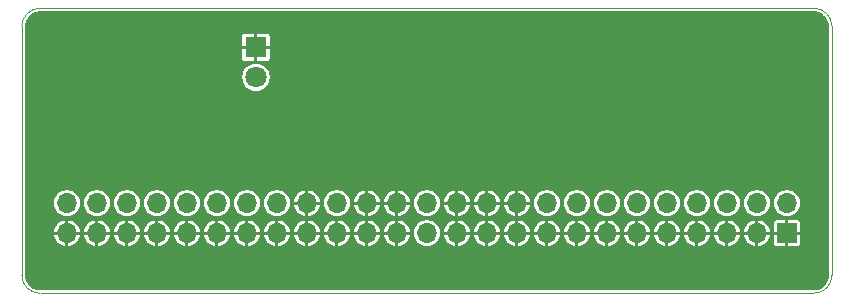
<source format=gbr>
%TF.GenerationSoftware,KiCad,Pcbnew,9.0.3-9.0.3-0~ubuntu22.04.1*%
%TF.CreationDate,2025-08-10T09:26:02-07:00*%
%TF.ProjectId,SCSI_terminator,53435349-5f74-4657-926d-696e61746f72,rev?*%
%TF.SameCoordinates,Original*%
%TF.FileFunction,Copper,L2,Bot*%
%TF.FilePolarity,Positive*%
%FSLAX46Y46*%
G04 Gerber Fmt 4.6, Leading zero omitted, Abs format (unit mm)*
G04 Created by KiCad (PCBNEW 9.0.3-9.0.3-0~ubuntu22.04.1) date 2025-08-10 09:26:02*
%MOMM*%
%LPD*%
G01*
G04 APERTURE LIST*
%TA.AperFunction,ComponentPad*%
%ADD10R,1.700000X1.700000*%
%TD*%
%TA.AperFunction,ComponentPad*%
%ADD11O,1.700000X1.700000*%
%TD*%
%TA.AperFunction,ComponentPad*%
%ADD12R,1.800000X1.800000*%
%TD*%
%TA.AperFunction,ComponentPad*%
%ADD13C,1.800000*%
%TD*%
%TA.AperFunction,ViaPad*%
%ADD14C,0.600000*%
%TD*%
%TA.AperFunction,Conductor*%
%ADD15C,0.762000*%
%TD*%
%TA.AperFunction,Profile*%
%ADD16C,0.050000*%
%TD*%
G04 APERTURE END LIST*
D10*
%TO.P,J1,1,Pin_1*%
%TO.N,GND*%
X179324000Y-107442000D03*
D11*
%TO.P,J1,2,Pin_2*%
%TO.N,Net-(J1-Pin_2)*%
X179324000Y-104902000D03*
%TO.P,J1,3,Pin_3*%
%TO.N,GND*%
X176784000Y-107442000D03*
%TO.P,J1,4,Pin_4*%
%TO.N,Net-(J1-Pin_4)*%
X176784000Y-104902000D03*
%TO.P,J1,5,Pin_5*%
%TO.N,GND*%
X174244000Y-107442000D03*
%TO.P,J1,6,Pin_6*%
%TO.N,Net-(J1-Pin_6)*%
X174244000Y-104902000D03*
%TO.P,J1,7,Pin_7*%
%TO.N,GND*%
X171704000Y-107442000D03*
%TO.P,J1,8,Pin_8*%
%TO.N,Net-(J1-Pin_8)*%
X171704000Y-104902000D03*
%TO.P,J1,9,Pin_9*%
%TO.N,GND*%
X169164000Y-107442000D03*
%TO.P,J1,10,Pin_10*%
%TO.N,Net-(J1-Pin_10)*%
X169164000Y-104902000D03*
%TO.P,J1,11,Pin_11*%
%TO.N,GND*%
X166624000Y-107442000D03*
%TO.P,J1,12,Pin_12*%
%TO.N,Net-(J1-Pin_12)*%
X166624000Y-104902000D03*
%TO.P,J1,13,Pin_13*%
%TO.N,GND*%
X164084000Y-107442000D03*
%TO.P,J1,14,Pin_14*%
%TO.N,Net-(J1-Pin_14)*%
X164084000Y-104902000D03*
%TO.P,J1,15,Pin_15*%
%TO.N,GND*%
X161544000Y-107442000D03*
%TO.P,J1,16,Pin_16*%
%TO.N,Net-(J1-Pin_16)*%
X161544000Y-104902000D03*
%TO.P,J1,17,Pin_17*%
%TO.N,GND*%
X159004000Y-107442000D03*
%TO.P,J1,18,Pin_18*%
%TO.N,Net-(J1-Pin_18)*%
X159004000Y-104902000D03*
%TO.P,J1,19,Pin_19*%
%TO.N,GND*%
X156464000Y-107442000D03*
%TO.P,J1,20,Pin_20*%
X156464000Y-104902000D03*
%TO.P,J1,21,Pin_21*%
X153924000Y-107442000D03*
%TO.P,J1,22,Pin_22*%
X153924000Y-104902000D03*
%TO.P,J1,23,Pin_23*%
X151384000Y-107442000D03*
%TO.P,J1,24,Pin_24*%
X151384000Y-104902000D03*
%TO.P,J1,25,Pin_25*%
%TO.N,unconnected-(J1-Pin_25-Pad25)*%
X148844000Y-107442000D03*
%TO.P,J1,26,Pin_26*%
%TO.N,TRM_PWR*%
X148844000Y-104902000D03*
%TO.P,J1,27,Pin_27*%
%TO.N,GND*%
X146304000Y-107442000D03*
%TO.P,J1,28,Pin_28*%
X146304000Y-104902000D03*
%TO.P,J1,29,Pin_29*%
X143764000Y-107442000D03*
%TO.P,J1,30,Pin_30*%
X143764000Y-104902000D03*
%TO.P,J1,31,Pin_31*%
X141224000Y-107442000D03*
%TO.P,J1,32,Pin_32*%
%TO.N,Net-(J1-Pin_32)*%
X141224000Y-104902000D03*
%TO.P,J1,33,Pin_33*%
%TO.N,GND*%
X138684000Y-107442000D03*
%TO.P,J1,34,Pin_34*%
X138684000Y-104902000D03*
%TO.P,J1,35,Pin_35*%
X136144000Y-107442000D03*
%TO.P,J1,36,Pin_36*%
%TO.N,Net-(J1-Pin_36)*%
X136144000Y-104902000D03*
%TO.P,J1,37,Pin_37*%
%TO.N,GND*%
X133604000Y-107442000D03*
%TO.P,J1,38,Pin_38*%
%TO.N,Net-(J1-Pin_38)*%
X133604000Y-104902000D03*
%TO.P,J1,39,Pin_39*%
%TO.N,GND*%
X131064000Y-107442000D03*
%TO.P,J1,40,Pin_40*%
%TO.N,Net-(J1-Pin_40)*%
X131064000Y-104902000D03*
%TO.P,J1,41,Pin_41*%
%TO.N,GND*%
X128524000Y-107442000D03*
%TO.P,J1,42,Pin_42*%
%TO.N,Net-(J1-Pin_42)*%
X128524000Y-104902000D03*
%TO.P,J1,43,Pin_43*%
%TO.N,GND*%
X125984000Y-107442000D03*
%TO.P,J1,44,Pin_44*%
%TO.N,Net-(J1-Pin_44)*%
X125984000Y-104902000D03*
%TO.P,J1,45,Pin_45*%
%TO.N,GND*%
X123444000Y-107442000D03*
%TO.P,J1,46,Pin_46*%
%TO.N,Net-(J1-Pin_46)*%
X123444000Y-104902000D03*
%TO.P,J1,47,Pin_47*%
%TO.N,GND*%
X120904000Y-107442000D03*
%TO.P,J1,48,Pin_48*%
%TO.N,Net-(J1-Pin_48)*%
X120904000Y-104902000D03*
%TO.P,J1,49,Pin_49*%
%TO.N,GND*%
X118364000Y-107442000D03*
%TO.P,J1,50,Pin_50*%
%TO.N,Net-(J1-Pin_50)*%
X118364000Y-104902000D03*
%TD*%
D12*
%TO.P,D1,1,K*%
%TO.N,GND*%
X134366000Y-91694000D03*
D13*
%TO.P,D1,2,A*%
%TO.N,Net-(D1-A)*%
X134366000Y-94234000D03*
%TD*%
D14*
%TO.N,GND*%
X159004000Y-94996000D03*
X156464000Y-90678000D03*
X141224000Y-90932000D03*
X151130000Y-89916000D03*
X131064000Y-95250000D03*
%TD*%
D15*
%TO.N,GND*%
X155702000Y-89916000D02*
X151130000Y-89916000D01*
X156464000Y-90678000D02*
X155702000Y-89916000D01*
X141224000Y-89916000D02*
X141224000Y-90932000D01*
X151130000Y-89916000D02*
X141224000Y-89916000D01*
%TD*%
%TA.AperFunction,Conductor*%
%TO.N,GND*%
G36*
X181614433Y-88646848D02*
G01*
X181799706Y-88661430D01*
X181817260Y-88664210D01*
X181993629Y-88706553D01*
X182010531Y-88712045D01*
X182178110Y-88781457D01*
X182193937Y-88789522D01*
X182348595Y-88884296D01*
X182362973Y-88894744D01*
X182419918Y-88943379D01*
X182500894Y-89012539D01*
X182513460Y-89025105D01*
X182546812Y-89064155D01*
X182631255Y-89163026D01*
X182641704Y-89177407D01*
X182736474Y-89332057D01*
X182744544Y-89347894D01*
X182813953Y-89515464D01*
X182819447Y-89532373D01*
X182861788Y-89708736D01*
X182864569Y-89726296D01*
X182879150Y-89911566D01*
X182879499Y-89920456D01*
X182879288Y-110956885D01*
X182879288Y-110997314D01*
X182878939Y-111006200D01*
X182864364Y-111191470D01*
X182861583Y-111209031D01*
X182819245Y-111385399D01*
X182813751Y-111402308D01*
X182744345Y-111569877D01*
X182736274Y-111585719D01*
X182641508Y-111740368D01*
X182631058Y-111754751D01*
X182513264Y-111892675D01*
X182500695Y-111905244D01*
X182365645Y-112020590D01*
X182362778Y-112023039D01*
X182348395Y-112033489D01*
X182193738Y-112128264D01*
X182177896Y-112136335D01*
X182010337Y-112205741D01*
X181993428Y-112211236D01*
X181817056Y-112253578D01*
X181799496Y-112256359D01*
X181614636Y-112270907D01*
X181605747Y-112271256D01*
X181598125Y-112271256D01*
X116077000Y-112267496D01*
X116077000Y-112267188D01*
X116064081Y-112267949D01*
X115885511Y-112253898D01*
X115867952Y-112251117D01*
X115691584Y-112208779D01*
X115674678Y-112203286D01*
X115507101Y-112133876D01*
X115491268Y-112125809D01*
X115336611Y-112031039D01*
X115322229Y-112020590D01*
X115184307Y-111902798D01*
X115171735Y-111890227D01*
X115053935Y-111752305D01*
X115043485Y-111737922D01*
X114948714Y-111583276D01*
X114940642Y-111567435D01*
X114871228Y-111399863D01*
X114865734Y-111382955D01*
X114823389Y-111206591D01*
X114820607Y-111189031D01*
X114806074Y-111004414D01*
X114805726Y-110995560D01*
X114805725Y-110977427D01*
X114805725Y-110954446D01*
X114805725Y-110943662D01*
X114805722Y-110943630D01*
X114805410Y-107535145D01*
X114805393Y-107348875D01*
X114805390Y-107314999D01*
X117266352Y-107314999D01*
X117266353Y-107315000D01*
X117880392Y-107315000D01*
X117864000Y-107376174D01*
X117864000Y-107507826D01*
X117880392Y-107569000D01*
X117266353Y-107569000D01*
X117287182Y-107700512D01*
X117287183Y-107700516D01*
X117340884Y-107865792D01*
X117340885Y-107865794D01*
X117419774Y-108020621D01*
X117521915Y-108161207D01*
X117644792Y-108284084D01*
X117785378Y-108386225D01*
X117940205Y-108465114D01*
X117940207Y-108465115D01*
X118105485Y-108518817D01*
X118236999Y-108539646D01*
X118237000Y-108539645D01*
X118237000Y-107925608D01*
X118298174Y-107942000D01*
X118429826Y-107942000D01*
X118491000Y-107925608D01*
X118491000Y-108539646D01*
X118622514Y-108518817D01*
X118787792Y-108465115D01*
X118787794Y-108465114D01*
X118942621Y-108386225D01*
X119083207Y-108284084D01*
X119206084Y-108161207D01*
X119308225Y-108020621D01*
X119387114Y-107865794D01*
X119387115Y-107865792D01*
X119440816Y-107700516D01*
X119440817Y-107700512D01*
X119461647Y-107569000D01*
X118847608Y-107569000D01*
X118864000Y-107507826D01*
X118864000Y-107376174D01*
X118847608Y-107315000D01*
X119461647Y-107315000D01*
X119461647Y-107314999D01*
X119806352Y-107314999D01*
X119806353Y-107315000D01*
X120420392Y-107315000D01*
X120404000Y-107376174D01*
X120404000Y-107507826D01*
X120420392Y-107569000D01*
X119806353Y-107569000D01*
X119827182Y-107700512D01*
X119827183Y-107700516D01*
X119880884Y-107865792D01*
X119880885Y-107865794D01*
X119959774Y-108020621D01*
X120061915Y-108161207D01*
X120184792Y-108284084D01*
X120325378Y-108386225D01*
X120480205Y-108465114D01*
X120480207Y-108465115D01*
X120645485Y-108518817D01*
X120776999Y-108539646D01*
X120777000Y-108539645D01*
X120777000Y-107925608D01*
X120838174Y-107942000D01*
X120969826Y-107942000D01*
X121031000Y-107925608D01*
X121031000Y-108539646D01*
X121162514Y-108518817D01*
X121327792Y-108465115D01*
X121327794Y-108465114D01*
X121482621Y-108386225D01*
X121623207Y-108284084D01*
X121746084Y-108161207D01*
X121848225Y-108020621D01*
X121927114Y-107865794D01*
X121927115Y-107865792D01*
X121980816Y-107700516D01*
X121980817Y-107700512D01*
X122001647Y-107569000D01*
X121387608Y-107569000D01*
X121404000Y-107507826D01*
X121404000Y-107376174D01*
X121387608Y-107315000D01*
X122001647Y-107315000D01*
X122001647Y-107314999D01*
X122346352Y-107314999D01*
X122346353Y-107315000D01*
X122960392Y-107315000D01*
X122944000Y-107376174D01*
X122944000Y-107507826D01*
X122960392Y-107569000D01*
X122346353Y-107569000D01*
X122367182Y-107700512D01*
X122367183Y-107700516D01*
X122420884Y-107865792D01*
X122420885Y-107865794D01*
X122499774Y-108020621D01*
X122601915Y-108161207D01*
X122724792Y-108284084D01*
X122865378Y-108386225D01*
X123020205Y-108465114D01*
X123020207Y-108465115D01*
X123185485Y-108518817D01*
X123316999Y-108539646D01*
X123317000Y-108539645D01*
X123317000Y-107925608D01*
X123378174Y-107942000D01*
X123509826Y-107942000D01*
X123571000Y-107925608D01*
X123571000Y-108539646D01*
X123702514Y-108518817D01*
X123867792Y-108465115D01*
X123867794Y-108465114D01*
X124022621Y-108386225D01*
X124163207Y-108284084D01*
X124286084Y-108161207D01*
X124388225Y-108020621D01*
X124467114Y-107865794D01*
X124467115Y-107865792D01*
X124520816Y-107700516D01*
X124520817Y-107700512D01*
X124541647Y-107569000D01*
X123927608Y-107569000D01*
X123944000Y-107507826D01*
X123944000Y-107376174D01*
X123927608Y-107315000D01*
X124541647Y-107315000D01*
X124541647Y-107314999D01*
X124886352Y-107314999D01*
X124886353Y-107315000D01*
X125500392Y-107315000D01*
X125484000Y-107376174D01*
X125484000Y-107507826D01*
X125500392Y-107569000D01*
X124886353Y-107569000D01*
X124907182Y-107700512D01*
X124907183Y-107700516D01*
X124960884Y-107865792D01*
X124960885Y-107865794D01*
X125039774Y-108020621D01*
X125141915Y-108161207D01*
X125264792Y-108284084D01*
X125405378Y-108386225D01*
X125560205Y-108465114D01*
X125560207Y-108465115D01*
X125725485Y-108518817D01*
X125856999Y-108539646D01*
X125857000Y-108539645D01*
X125857000Y-107925608D01*
X125918174Y-107942000D01*
X126049826Y-107942000D01*
X126111000Y-107925608D01*
X126111000Y-108539646D01*
X126242514Y-108518817D01*
X126407792Y-108465115D01*
X126407794Y-108465114D01*
X126562621Y-108386225D01*
X126703207Y-108284084D01*
X126826084Y-108161207D01*
X126928225Y-108020621D01*
X127007114Y-107865794D01*
X127007115Y-107865792D01*
X127060816Y-107700516D01*
X127060817Y-107700512D01*
X127081647Y-107569000D01*
X126467608Y-107569000D01*
X126484000Y-107507826D01*
X126484000Y-107376174D01*
X126467608Y-107315000D01*
X127081647Y-107315000D01*
X127081647Y-107314999D01*
X127426352Y-107314999D01*
X127426353Y-107315000D01*
X128040392Y-107315000D01*
X128024000Y-107376174D01*
X128024000Y-107507826D01*
X128040392Y-107569000D01*
X127426353Y-107569000D01*
X127447182Y-107700512D01*
X127447183Y-107700516D01*
X127500884Y-107865792D01*
X127500885Y-107865794D01*
X127579774Y-108020621D01*
X127681915Y-108161207D01*
X127804792Y-108284084D01*
X127945378Y-108386225D01*
X128100205Y-108465114D01*
X128100207Y-108465115D01*
X128265485Y-108518817D01*
X128396999Y-108539646D01*
X128397000Y-108539645D01*
X128397000Y-107925608D01*
X128458174Y-107942000D01*
X128589826Y-107942000D01*
X128651000Y-107925608D01*
X128651000Y-108539646D01*
X128782514Y-108518817D01*
X128947792Y-108465115D01*
X128947794Y-108465114D01*
X129102621Y-108386225D01*
X129243207Y-108284084D01*
X129366084Y-108161207D01*
X129468225Y-108020621D01*
X129547114Y-107865794D01*
X129547115Y-107865792D01*
X129600816Y-107700516D01*
X129600817Y-107700512D01*
X129621647Y-107569000D01*
X129007608Y-107569000D01*
X129024000Y-107507826D01*
X129024000Y-107376174D01*
X129007608Y-107315000D01*
X129621647Y-107315000D01*
X129621647Y-107314999D01*
X129966352Y-107314999D01*
X129966353Y-107315000D01*
X130580392Y-107315000D01*
X130564000Y-107376174D01*
X130564000Y-107507826D01*
X130580392Y-107569000D01*
X129966353Y-107569000D01*
X129987182Y-107700512D01*
X129987183Y-107700516D01*
X130040884Y-107865792D01*
X130040885Y-107865794D01*
X130119774Y-108020621D01*
X130221915Y-108161207D01*
X130344792Y-108284084D01*
X130485378Y-108386225D01*
X130640205Y-108465114D01*
X130640207Y-108465115D01*
X130805485Y-108518817D01*
X130936999Y-108539646D01*
X130937000Y-108539645D01*
X130937000Y-107925608D01*
X130998174Y-107942000D01*
X131129826Y-107942000D01*
X131191000Y-107925608D01*
X131191000Y-108539646D01*
X131322514Y-108518817D01*
X131487792Y-108465115D01*
X131487794Y-108465114D01*
X131642621Y-108386225D01*
X131783207Y-108284084D01*
X131906084Y-108161207D01*
X132008225Y-108020621D01*
X132087114Y-107865794D01*
X132087115Y-107865792D01*
X132140816Y-107700516D01*
X132140817Y-107700512D01*
X132161647Y-107569000D01*
X131547608Y-107569000D01*
X131564000Y-107507826D01*
X131564000Y-107376174D01*
X131547608Y-107315000D01*
X132161647Y-107315000D01*
X132161647Y-107314999D01*
X132506352Y-107314999D01*
X132506353Y-107315000D01*
X133120392Y-107315000D01*
X133104000Y-107376174D01*
X133104000Y-107507826D01*
X133120392Y-107569000D01*
X132506353Y-107569000D01*
X132527182Y-107700512D01*
X132527183Y-107700516D01*
X132580884Y-107865792D01*
X132580885Y-107865794D01*
X132659774Y-108020621D01*
X132761915Y-108161207D01*
X132884792Y-108284084D01*
X133025378Y-108386225D01*
X133180205Y-108465114D01*
X133180207Y-108465115D01*
X133345485Y-108518817D01*
X133476999Y-108539646D01*
X133477000Y-108539645D01*
X133477000Y-107925608D01*
X133538174Y-107942000D01*
X133669826Y-107942000D01*
X133731000Y-107925608D01*
X133731000Y-108539646D01*
X133862514Y-108518817D01*
X134027792Y-108465115D01*
X134027794Y-108465114D01*
X134182621Y-108386225D01*
X134323207Y-108284084D01*
X134446084Y-108161207D01*
X134548225Y-108020621D01*
X134627114Y-107865794D01*
X134627115Y-107865792D01*
X134680816Y-107700516D01*
X134680817Y-107700512D01*
X134701647Y-107569000D01*
X134087608Y-107569000D01*
X134104000Y-107507826D01*
X134104000Y-107376174D01*
X134087608Y-107315000D01*
X134701647Y-107315000D01*
X134701647Y-107314999D01*
X135046352Y-107314999D01*
X135046353Y-107315000D01*
X135660392Y-107315000D01*
X135644000Y-107376174D01*
X135644000Y-107507826D01*
X135660392Y-107569000D01*
X135046353Y-107569000D01*
X135067182Y-107700512D01*
X135067183Y-107700516D01*
X135120884Y-107865792D01*
X135120885Y-107865794D01*
X135199774Y-108020621D01*
X135301915Y-108161207D01*
X135424792Y-108284084D01*
X135565378Y-108386225D01*
X135720205Y-108465114D01*
X135720207Y-108465115D01*
X135885485Y-108518817D01*
X136016999Y-108539646D01*
X136017000Y-108539645D01*
X136017000Y-107925608D01*
X136078174Y-107942000D01*
X136209826Y-107942000D01*
X136271000Y-107925608D01*
X136271000Y-108539646D01*
X136402514Y-108518817D01*
X136567792Y-108465115D01*
X136567794Y-108465114D01*
X136722621Y-108386225D01*
X136863207Y-108284084D01*
X136986084Y-108161207D01*
X137088225Y-108020621D01*
X137167114Y-107865794D01*
X137167115Y-107865792D01*
X137220816Y-107700516D01*
X137220817Y-107700512D01*
X137241647Y-107569000D01*
X136627608Y-107569000D01*
X136644000Y-107507826D01*
X136644000Y-107376174D01*
X136627608Y-107315000D01*
X137241647Y-107315000D01*
X137241647Y-107314999D01*
X137586352Y-107314999D01*
X137586353Y-107315000D01*
X138200392Y-107315000D01*
X138184000Y-107376174D01*
X138184000Y-107507826D01*
X138200392Y-107569000D01*
X137586353Y-107569000D01*
X137607182Y-107700512D01*
X137607183Y-107700516D01*
X137660884Y-107865792D01*
X137660885Y-107865794D01*
X137739774Y-108020621D01*
X137841915Y-108161207D01*
X137964792Y-108284084D01*
X138105378Y-108386225D01*
X138260205Y-108465114D01*
X138260207Y-108465115D01*
X138425485Y-108518817D01*
X138556999Y-108539646D01*
X138557000Y-108539645D01*
X138557000Y-107925608D01*
X138618174Y-107942000D01*
X138749826Y-107942000D01*
X138811000Y-107925608D01*
X138811000Y-108539646D01*
X138942514Y-108518817D01*
X139107792Y-108465115D01*
X139107794Y-108465114D01*
X139262621Y-108386225D01*
X139403207Y-108284084D01*
X139526084Y-108161207D01*
X139628225Y-108020621D01*
X139707114Y-107865794D01*
X139707115Y-107865792D01*
X139760816Y-107700516D01*
X139760817Y-107700512D01*
X139781647Y-107569000D01*
X139167608Y-107569000D01*
X139184000Y-107507826D01*
X139184000Y-107376174D01*
X139167608Y-107315000D01*
X139781647Y-107315000D01*
X139781647Y-107314999D01*
X140126352Y-107314999D01*
X140126353Y-107315000D01*
X140740392Y-107315000D01*
X140724000Y-107376174D01*
X140724000Y-107507826D01*
X140740392Y-107569000D01*
X140126353Y-107569000D01*
X140147182Y-107700512D01*
X140147183Y-107700516D01*
X140200884Y-107865792D01*
X140200885Y-107865794D01*
X140279774Y-108020621D01*
X140381915Y-108161207D01*
X140504792Y-108284084D01*
X140645378Y-108386225D01*
X140800205Y-108465114D01*
X140800207Y-108465115D01*
X140965485Y-108518817D01*
X141096999Y-108539646D01*
X141097000Y-108539645D01*
X141097000Y-107925608D01*
X141158174Y-107942000D01*
X141289826Y-107942000D01*
X141351000Y-107925608D01*
X141351000Y-108539646D01*
X141482514Y-108518817D01*
X141647792Y-108465115D01*
X141647794Y-108465114D01*
X141802621Y-108386225D01*
X141943207Y-108284084D01*
X142066084Y-108161207D01*
X142168225Y-108020621D01*
X142247114Y-107865794D01*
X142247115Y-107865792D01*
X142300816Y-107700516D01*
X142300817Y-107700512D01*
X142321647Y-107569000D01*
X141707608Y-107569000D01*
X141724000Y-107507826D01*
X141724000Y-107376174D01*
X141707608Y-107315000D01*
X142321647Y-107315000D01*
X142321647Y-107314999D01*
X142666352Y-107314999D01*
X142666353Y-107315000D01*
X143280392Y-107315000D01*
X143264000Y-107376174D01*
X143264000Y-107507826D01*
X143280392Y-107569000D01*
X142666353Y-107569000D01*
X142687182Y-107700512D01*
X142687183Y-107700516D01*
X142740884Y-107865792D01*
X142740885Y-107865794D01*
X142819774Y-108020621D01*
X142921915Y-108161207D01*
X143044792Y-108284084D01*
X143185378Y-108386225D01*
X143340205Y-108465114D01*
X143340207Y-108465115D01*
X143505485Y-108518817D01*
X143636999Y-108539646D01*
X143637000Y-108539645D01*
X143637000Y-107925608D01*
X143698174Y-107942000D01*
X143829826Y-107942000D01*
X143891000Y-107925608D01*
X143891000Y-108539646D01*
X144022514Y-108518817D01*
X144187792Y-108465115D01*
X144187794Y-108465114D01*
X144342621Y-108386225D01*
X144483207Y-108284084D01*
X144606084Y-108161207D01*
X144708225Y-108020621D01*
X144787114Y-107865794D01*
X144787115Y-107865792D01*
X144840816Y-107700516D01*
X144840817Y-107700512D01*
X144861647Y-107569000D01*
X144247608Y-107569000D01*
X144264000Y-107507826D01*
X144264000Y-107376174D01*
X144247608Y-107315000D01*
X144861647Y-107315000D01*
X144861647Y-107314999D01*
X145206352Y-107314999D01*
X145206353Y-107315000D01*
X145820392Y-107315000D01*
X145804000Y-107376174D01*
X145804000Y-107507826D01*
X145820392Y-107569000D01*
X145206353Y-107569000D01*
X145227182Y-107700512D01*
X145227183Y-107700516D01*
X145280884Y-107865792D01*
X145280885Y-107865794D01*
X145359774Y-108020621D01*
X145461915Y-108161207D01*
X145584792Y-108284084D01*
X145725378Y-108386225D01*
X145880205Y-108465114D01*
X145880207Y-108465115D01*
X146045485Y-108518817D01*
X146176999Y-108539646D01*
X146177000Y-108539645D01*
X146177000Y-107925608D01*
X146238174Y-107942000D01*
X146369826Y-107942000D01*
X146431000Y-107925608D01*
X146431000Y-108539646D01*
X146562514Y-108518817D01*
X146727792Y-108465115D01*
X146727794Y-108465114D01*
X146882621Y-108386225D01*
X147023207Y-108284084D01*
X147146084Y-108161207D01*
X147248225Y-108020621D01*
X147327114Y-107865794D01*
X147327115Y-107865792D01*
X147380816Y-107700516D01*
X147380817Y-107700512D01*
X147401647Y-107569000D01*
X146787608Y-107569000D01*
X146804000Y-107507826D01*
X146804000Y-107376174D01*
X146798347Y-107355076D01*
X147739500Y-107355076D01*
X147739500Y-107528923D01*
X147766695Y-107700629D01*
X147766697Y-107700637D01*
X147820420Y-107865981D01*
X147820422Y-107865986D01*
X147899213Y-108020621D01*
X147899347Y-108020884D01*
X148001535Y-108161533D01*
X148001537Y-108161535D01*
X148001541Y-108161540D01*
X148124459Y-108284458D01*
X148124463Y-108284461D01*
X148124467Y-108284465D01*
X148265116Y-108386653D01*
X148420019Y-108465580D01*
X148585362Y-108519303D01*
X148757074Y-108546500D01*
X148757077Y-108546500D01*
X148930923Y-108546500D01*
X148930926Y-108546500D01*
X149102638Y-108519303D01*
X149267981Y-108465580D01*
X149422884Y-108386653D01*
X149563533Y-108284465D01*
X149686465Y-108161533D01*
X149788653Y-108020884D01*
X149867580Y-107865981D01*
X149921303Y-107700638D01*
X149948500Y-107528926D01*
X149948500Y-107355074D01*
X149942153Y-107314999D01*
X150286352Y-107314999D01*
X150286353Y-107315000D01*
X150900392Y-107315000D01*
X150884000Y-107376174D01*
X150884000Y-107507826D01*
X150900392Y-107569000D01*
X150286353Y-107569000D01*
X150307182Y-107700512D01*
X150307183Y-107700516D01*
X150360884Y-107865792D01*
X150360885Y-107865794D01*
X150439774Y-108020621D01*
X150541915Y-108161207D01*
X150664792Y-108284084D01*
X150805378Y-108386225D01*
X150960205Y-108465114D01*
X150960207Y-108465115D01*
X151125485Y-108518817D01*
X151256999Y-108539646D01*
X151257000Y-108539645D01*
X151257000Y-107925608D01*
X151318174Y-107942000D01*
X151449826Y-107942000D01*
X151511000Y-107925608D01*
X151511000Y-108539646D01*
X151642514Y-108518817D01*
X151807792Y-108465115D01*
X151807794Y-108465114D01*
X151962621Y-108386225D01*
X152103207Y-108284084D01*
X152226084Y-108161207D01*
X152328225Y-108020621D01*
X152407114Y-107865794D01*
X152407115Y-107865792D01*
X152460816Y-107700516D01*
X152460817Y-107700512D01*
X152481647Y-107569000D01*
X151867608Y-107569000D01*
X151884000Y-107507826D01*
X151884000Y-107376174D01*
X151867608Y-107315000D01*
X152481647Y-107315000D01*
X152481647Y-107314999D01*
X152826352Y-107314999D01*
X152826353Y-107315000D01*
X153440392Y-107315000D01*
X153424000Y-107376174D01*
X153424000Y-107507826D01*
X153440392Y-107569000D01*
X152826353Y-107569000D01*
X152847182Y-107700512D01*
X152847183Y-107700516D01*
X152900884Y-107865792D01*
X152900885Y-107865794D01*
X152979774Y-108020621D01*
X153081915Y-108161207D01*
X153204792Y-108284084D01*
X153345378Y-108386225D01*
X153500205Y-108465114D01*
X153500207Y-108465115D01*
X153665485Y-108518817D01*
X153796999Y-108539646D01*
X153797000Y-108539645D01*
X153797000Y-107925608D01*
X153858174Y-107942000D01*
X153989826Y-107942000D01*
X154051000Y-107925608D01*
X154051000Y-108539646D01*
X154182514Y-108518817D01*
X154347792Y-108465115D01*
X154347794Y-108465114D01*
X154502621Y-108386225D01*
X154643207Y-108284084D01*
X154766084Y-108161207D01*
X154868225Y-108020621D01*
X154947114Y-107865794D01*
X154947115Y-107865792D01*
X155000816Y-107700516D01*
X155000817Y-107700512D01*
X155021647Y-107569000D01*
X154407608Y-107569000D01*
X154424000Y-107507826D01*
X154424000Y-107376174D01*
X154407608Y-107315000D01*
X155021647Y-107315000D01*
X155021647Y-107314999D01*
X155366352Y-107314999D01*
X155366353Y-107315000D01*
X155980392Y-107315000D01*
X155964000Y-107376174D01*
X155964000Y-107507826D01*
X155980392Y-107569000D01*
X155366353Y-107569000D01*
X155387182Y-107700512D01*
X155387183Y-107700516D01*
X155440884Y-107865792D01*
X155440885Y-107865794D01*
X155519774Y-108020621D01*
X155621915Y-108161207D01*
X155744792Y-108284084D01*
X155885378Y-108386225D01*
X156040205Y-108465114D01*
X156040207Y-108465115D01*
X156205485Y-108518817D01*
X156336999Y-108539646D01*
X156337000Y-108539645D01*
X156337000Y-107925608D01*
X156398174Y-107942000D01*
X156529826Y-107942000D01*
X156591000Y-107925608D01*
X156591000Y-108539646D01*
X156722514Y-108518817D01*
X156887792Y-108465115D01*
X156887794Y-108465114D01*
X157042621Y-108386225D01*
X157183207Y-108284084D01*
X157306084Y-108161207D01*
X157408225Y-108020621D01*
X157487114Y-107865794D01*
X157487115Y-107865792D01*
X157540816Y-107700516D01*
X157540817Y-107700512D01*
X157561647Y-107569000D01*
X156947608Y-107569000D01*
X156964000Y-107507826D01*
X156964000Y-107376174D01*
X156947608Y-107315000D01*
X157561647Y-107315000D01*
X157561647Y-107314999D01*
X157906352Y-107314999D01*
X157906353Y-107315000D01*
X158520392Y-107315000D01*
X158504000Y-107376174D01*
X158504000Y-107507826D01*
X158520392Y-107569000D01*
X157906353Y-107569000D01*
X157927182Y-107700512D01*
X157927183Y-107700516D01*
X157980884Y-107865792D01*
X157980885Y-107865794D01*
X158059774Y-108020621D01*
X158161915Y-108161207D01*
X158284792Y-108284084D01*
X158425378Y-108386225D01*
X158580205Y-108465114D01*
X158580207Y-108465115D01*
X158745485Y-108518817D01*
X158876999Y-108539646D01*
X158877000Y-108539645D01*
X158877000Y-107925608D01*
X158938174Y-107942000D01*
X159069826Y-107942000D01*
X159131000Y-107925608D01*
X159131000Y-108539646D01*
X159262514Y-108518817D01*
X159427792Y-108465115D01*
X159427794Y-108465114D01*
X159582621Y-108386225D01*
X159723207Y-108284084D01*
X159846084Y-108161207D01*
X159948225Y-108020621D01*
X160027114Y-107865794D01*
X160027115Y-107865792D01*
X160080816Y-107700516D01*
X160080817Y-107700512D01*
X160101647Y-107569000D01*
X159487608Y-107569000D01*
X159504000Y-107507826D01*
X159504000Y-107376174D01*
X159487608Y-107315000D01*
X160101647Y-107315000D01*
X160101647Y-107314999D01*
X160446352Y-107314999D01*
X160446353Y-107315000D01*
X161060392Y-107315000D01*
X161044000Y-107376174D01*
X161044000Y-107507826D01*
X161060392Y-107569000D01*
X160446353Y-107569000D01*
X160467182Y-107700512D01*
X160467183Y-107700516D01*
X160520884Y-107865792D01*
X160520885Y-107865794D01*
X160599774Y-108020621D01*
X160701915Y-108161207D01*
X160824792Y-108284084D01*
X160965378Y-108386225D01*
X161120205Y-108465114D01*
X161120207Y-108465115D01*
X161285485Y-108518817D01*
X161416999Y-108539646D01*
X161417000Y-108539645D01*
X161417000Y-107925608D01*
X161478174Y-107942000D01*
X161609826Y-107942000D01*
X161671000Y-107925608D01*
X161671000Y-108539646D01*
X161802514Y-108518817D01*
X161967792Y-108465115D01*
X161967794Y-108465114D01*
X162122621Y-108386225D01*
X162263207Y-108284084D01*
X162386084Y-108161207D01*
X162488225Y-108020621D01*
X162567114Y-107865794D01*
X162567115Y-107865792D01*
X162620816Y-107700516D01*
X162620817Y-107700512D01*
X162641647Y-107569000D01*
X162027608Y-107569000D01*
X162044000Y-107507826D01*
X162044000Y-107376174D01*
X162027608Y-107315000D01*
X162641647Y-107315000D01*
X162641647Y-107314999D01*
X162986352Y-107314999D01*
X162986353Y-107315000D01*
X163600392Y-107315000D01*
X163584000Y-107376174D01*
X163584000Y-107507826D01*
X163600392Y-107569000D01*
X162986353Y-107569000D01*
X163007182Y-107700512D01*
X163007183Y-107700516D01*
X163060884Y-107865792D01*
X163060885Y-107865794D01*
X163139774Y-108020621D01*
X163241915Y-108161207D01*
X163364792Y-108284084D01*
X163505378Y-108386225D01*
X163660205Y-108465114D01*
X163660207Y-108465115D01*
X163825485Y-108518817D01*
X163956999Y-108539646D01*
X163957000Y-108539645D01*
X163957000Y-107925608D01*
X164018174Y-107942000D01*
X164149826Y-107942000D01*
X164211000Y-107925608D01*
X164211000Y-108539646D01*
X164342514Y-108518817D01*
X164507792Y-108465115D01*
X164507794Y-108465114D01*
X164662621Y-108386225D01*
X164803207Y-108284084D01*
X164926084Y-108161207D01*
X165028225Y-108020621D01*
X165107114Y-107865794D01*
X165107115Y-107865792D01*
X165160816Y-107700516D01*
X165160817Y-107700512D01*
X165181647Y-107569000D01*
X164567608Y-107569000D01*
X164584000Y-107507826D01*
X164584000Y-107376174D01*
X164567608Y-107315000D01*
X165181647Y-107315000D01*
X165181647Y-107314999D01*
X165526352Y-107314999D01*
X165526353Y-107315000D01*
X166140392Y-107315000D01*
X166124000Y-107376174D01*
X166124000Y-107507826D01*
X166140392Y-107569000D01*
X165526353Y-107569000D01*
X165547182Y-107700512D01*
X165547183Y-107700516D01*
X165600884Y-107865792D01*
X165600885Y-107865794D01*
X165679774Y-108020621D01*
X165781915Y-108161207D01*
X165904792Y-108284084D01*
X166045378Y-108386225D01*
X166200205Y-108465114D01*
X166200207Y-108465115D01*
X166365485Y-108518817D01*
X166496999Y-108539646D01*
X166497000Y-108539645D01*
X166497000Y-107925608D01*
X166558174Y-107942000D01*
X166689826Y-107942000D01*
X166751000Y-107925608D01*
X166751000Y-108539646D01*
X166882514Y-108518817D01*
X167047792Y-108465115D01*
X167047794Y-108465114D01*
X167202621Y-108386225D01*
X167343207Y-108284084D01*
X167466084Y-108161207D01*
X167568225Y-108020621D01*
X167647114Y-107865794D01*
X167647115Y-107865792D01*
X167700816Y-107700516D01*
X167700817Y-107700512D01*
X167721647Y-107569000D01*
X167107608Y-107569000D01*
X167124000Y-107507826D01*
X167124000Y-107376174D01*
X167107608Y-107315000D01*
X167721647Y-107315000D01*
X167721647Y-107314999D01*
X168066352Y-107314999D01*
X168066353Y-107315000D01*
X168680392Y-107315000D01*
X168664000Y-107376174D01*
X168664000Y-107507826D01*
X168680392Y-107569000D01*
X168066353Y-107569000D01*
X168087182Y-107700512D01*
X168087183Y-107700516D01*
X168140884Y-107865792D01*
X168140885Y-107865794D01*
X168219774Y-108020621D01*
X168321915Y-108161207D01*
X168444792Y-108284084D01*
X168585378Y-108386225D01*
X168740205Y-108465114D01*
X168740207Y-108465115D01*
X168905485Y-108518817D01*
X169036999Y-108539646D01*
X169037000Y-108539645D01*
X169037000Y-107925608D01*
X169098174Y-107942000D01*
X169229826Y-107942000D01*
X169291000Y-107925608D01*
X169291000Y-108539646D01*
X169422514Y-108518817D01*
X169587792Y-108465115D01*
X169587794Y-108465114D01*
X169742621Y-108386225D01*
X169883207Y-108284084D01*
X170006084Y-108161207D01*
X170108225Y-108020621D01*
X170187114Y-107865794D01*
X170187115Y-107865792D01*
X170240816Y-107700516D01*
X170240817Y-107700512D01*
X170261647Y-107569000D01*
X169647608Y-107569000D01*
X169664000Y-107507826D01*
X169664000Y-107376174D01*
X169647608Y-107315000D01*
X170261647Y-107315000D01*
X170261647Y-107314999D01*
X170606352Y-107314999D01*
X170606353Y-107315000D01*
X171220392Y-107315000D01*
X171204000Y-107376174D01*
X171204000Y-107507826D01*
X171220392Y-107569000D01*
X170606353Y-107569000D01*
X170627182Y-107700512D01*
X170627183Y-107700516D01*
X170680884Y-107865792D01*
X170680885Y-107865794D01*
X170759774Y-108020621D01*
X170861915Y-108161207D01*
X170984792Y-108284084D01*
X171125378Y-108386225D01*
X171280205Y-108465114D01*
X171280207Y-108465115D01*
X171445485Y-108518817D01*
X171576999Y-108539646D01*
X171577000Y-108539645D01*
X171577000Y-107925608D01*
X171638174Y-107942000D01*
X171769826Y-107942000D01*
X171831000Y-107925608D01*
X171831000Y-108539646D01*
X171962514Y-108518817D01*
X172127792Y-108465115D01*
X172127794Y-108465114D01*
X172282621Y-108386225D01*
X172423207Y-108284084D01*
X172546084Y-108161207D01*
X172648225Y-108020621D01*
X172727114Y-107865794D01*
X172727115Y-107865792D01*
X172780816Y-107700516D01*
X172780817Y-107700512D01*
X172801647Y-107569000D01*
X172187608Y-107569000D01*
X172204000Y-107507826D01*
X172204000Y-107376174D01*
X172187608Y-107315000D01*
X172801647Y-107315000D01*
X172801647Y-107314999D01*
X173146352Y-107314999D01*
X173146353Y-107315000D01*
X173760392Y-107315000D01*
X173744000Y-107376174D01*
X173744000Y-107507826D01*
X173760392Y-107569000D01*
X173146353Y-107569000D01*
X173167182Y-107700512D01*
X173167183Y-107700516D01*
X173220884Y-107865792D01*
X173220885Y-107865794D01*
X173299774Y-108020621D01*
X173401915Y-108161207D01*
X173524792Y-108284084D01*
X173665378Y-108386225D01*
X173820205Y-108465114D01*
X173820207Y-108465115D01*
X173985485Y-108518817D01*
X174116999Y-108539646D01*
X174117000Y-108539645D01*
X174117000Y-107925608D01*
X174178174Y-107942000D01*
X174309826Y-107942000D01*
X174371000Y-107925608D01*
X174371000Y-108539646D01*
X174502514Y-108518817D01*
X174667792Y-108465115D01*
X174667794Y-108465114D01*
X174822621Y-108386225D01*
X174963207Y-108284084D01*
X175086084Y-108161207D01*
X175188225Y-108020621D01*
X175267114Y-107865794D01*
X175267115Y-107865792D01*
X175320816Y-107700516D01*
X175320817Y-107700512D01*
X175341647Y-107569000D01*
X174727608Y-107569000D01*
X174744000Y-107507826D01*
X174744000Y-107376174D01*
X174727608Y-107315000D01*
X175341647Y-107315000D01*
X175341647Y-107314999D01*
X175686352Y-107314999D01*
X175686353Y-107315000D01*
X176300392Y-107315000D01*
X176284000Y-107376174D01*
X176284000Y-107507826D01*
X176300392Y-107569000D01*
X175686353Y-107569000D01*
X175707182Y-107700512D01*
X175707183Y-107700516D01*
X175760884Y-107865792D01*
X175760885Y-107865794D01*
X175839774Y-108020621D01*
X175941915Y-108161207D01*
X176064792Y-108284084D01*
X176205378Y-108386225D01*
X176360205Y-108465114D01*
X176360207Y-108465115D01*
X176525485Y-108518817D01*
X176656999Y-108539646D01*
X176657000Y-108539645D01*
X176657000Y-107925608D01*
X176718174Y-107942000D01*
X176849826Y-107942000D01*
X176911000Y-107925608D01*
X176911000Y-108539646D01*
X177042514Y-108518817D01*
X177207792Y-108465115D01*
X177207794Y-108465114D01*
X177362621Y-108386225D01*
X177503207Y-108284084D01*
X177626084Y-108161207D01*
X177728225Y-108020621D01*
X177807114Y-107865794D01*
X177807115Y-107865792D01*
X177860816Y-107700516D01*
X177860817Y-107700512D01*
X177881647Y-107569000D01*
X177267608Y-107569000D01*
X177284000Y-107507826D01*
X177284000Y-107376174D01*
X177267608Y-107315000D01*
X177881647Y-107315000D01*
X177881647Y-107314999D01*
X177860817Y-107183487D01*
X177860816Y-107183483D01*
X177807115Y-107018207D01*
X177807114Y-107018205D01*
X177728225Y-106863378D01*
X177626084Y-106722792D01*
X177503207Y-106599915D01*
X177457874Y-106566979D01*
X178220000Y-106566979D01*
X178220000Y-107315000D01*
X178840392Y-107315000D01*
X178824000Y-107376174D01*
X178824000Y-107507826D01*
X178840392Y-107569000D01*
X178220001Y-107569000D01*
X178220001Y-108317017D01*
X178234736Y-108391102D01*
X178234738Y-108391108D01*
X178290874Y-108475123D01*
X178374893Y-108531262D01*
X178374895Y-108531263D01*
X178448983Y-108545999D01*
X179196999Y-108545999D01*
X179197000Y-108545998D01*
X179197000Y-107925608D01*
X179258174Y-107942000D01*
X179389826Y-107942000D01*
X179451000Y-107925608D01*
X179451000Y-108545999D01*
X180199017Y-108545999D01*
X180273102Y-108531263D01*
X180273108Y-108531261D01*
X180357123Y-108475125D01*
X180413262Y-108391106D01*
X180413263Y-108391104D01*
X180427999Y-108317020D01*
X180428000Y-108317012D01*
X180428000Y-107569000D01*
X179807608Y-107569000D01*
X179824000Y-107507826D01*
X179824000Y-107376174D01*
X179807608Y-107315000D01*
X180427999Y-107315000D01*
X180427999Y-106566982D01*
X180413263Y-106492897D01*
X180413261Y-106492891D01*
X180357125Y-106408876D01*
X180273106Y-106352737D01*
X180273104Y-106352736D01*
X180199020Y-106338000D01*
X179451000Y-106338000D01*
X179451000Y-106958391D01*
X179389826Y-106942000D01*
X179258174Y-106942000D01*
X179197000Y-106958391D01*
X179197000Y-106338000D01*
X178448982Y-106338000D01*
X178374897Y-106352736D01*
X178374891Y-106352738D01*
X178290876Y-106408874D01*
X178234737Y-106492893D01*
X178234736Y-106492895D01*
X178220000Y-106566979D01*
X177457874Y-106566979D01*
X177362621Y-106497774D01*
X177207794Y-106418885D01*
X177207792Y-106418884D01*
X177042516Y-106365183D01*
X177042512Y-106365182D01*
X176911000Y-106344352D01*
X176911000Y-106958391D01*
X176849826Y-106942000D01*
X176718174Y-106942000D01*
X176657000Y-106958391D01*
X176657000Y-106344353D01*
X176656999Y-106344352D01*
X176525487Y-106365182D01*
X176525483Y-106365183D01*
X176360207Y-106418884D01*
X176360205Y-106418885D01*
X176205378Y-106497774D01*
X176064792Y-106599915D01*
X175941915Y-106722792D01*
X175839774Y-106863378D01*
X175760885Y-107018205D01*
X175760884Y-107018207D01*
X175707183Y-107183483D01*
X175707182Y-107183487D01*
X175686352Y-107314999D01*
X175341647Y-107314999D01*
X175320817Y-107183487D01*
X175320816Y-107183483D01*
X175267115Y-107018207D01*
X175267114Y-107018205D01*
X175188225Y-106863378D01*
X175086084Y-106722792D01*
X174963207Y-106599915D01*
X174822621Y-106497774D01*
X174667794Y-106418885D01*
X174667792Y-106418884D01*
X174502516Y-106365183D01*
X174502512Y-106365182D01*
X174371000Y-106344352D01*
X174371000Y-106958391D01*
X174309826Y-106942000D01*
X174178174Y-106942000D01*
X174117000Y-106958391D01*
X174117000Y-106344353D01*
X174116999Y-106344352D01*
X173985487Y-106365182D01*
X173985483Y-106365183D01*
X173820207Y-106418884D01*
X173820205Y-106418885D01*
X173665378Y-106497774D01*
X173524792Y-106599915D01*
X173401915Y-106722792D01*
X173299774Y-106863378D01*
X173220885Y-107018205D01*
X173220884Y-107018207D01*
X173167183Y-107183483D01*
X173167182Y-107183487D01*
X173146352Y-107314999D01*
X172801647Y-107314999D01*
X172780817Y-107183487D01*
X172780816Y-107183483D01*
X172727115Y-107018207D01*
X172727114Y-107018205D01*
X172648225Y-106863378D01*
X172546084Y-106722792D01*
X172423207Y-106599915D01*
X172282621Y-106497774D01*
X172127794Y-106418885D01*
X172127792Y-106418884D01*
X171962516Y-106365183D01*
X171962512Y-106365182D01*
X171831000Y-106344352D01*
X171831000Y-106958391D01*
X171769826Y-106942000D01*
X171638174Y-106942000D01*
X171577000Y-106958391D01*
X171577000Y-106344353D01*
X171576999Y-106344352D01*
X171445487Y-106365182D01*
X171445483Y-106365183D01*
X171280207Y-106418884D01*
X171280205Y-106418885D01*
X171125378Y-106497774D01*
X170984792Y-106599915D01*
X170861915Y-106722792D01*
X170759774Y-106863378D01*
X170680885Y-107018205D01*
X170680884Y-107018207D01*
X170627183Y-107183483D01*
X170627182Y-107183487D01*
X170606352Y-107314999D01*
X170261647Y-107314999D01*
X170240817Y-107183487D01*
X170240816Y-107183483D01*
X170187115Y-107018207D01*
X170187114Y-107018205D01*
X170108225Y-106863378D01*
X170006084Y-106722792D01*
X169883207Y-106599915D01*
X169742621Y-106497774D01*
X169587794Y-106418885D01*
X169587792Y-106418884D01*
X169422516Y-106365183D01*
X169422512Y-106365182D01*
X169291000Y-106344352D01*
X169291000Y-106958391D01*
X169229826Y-106942000D01*
X169098174Y-106942000D01*
X169037000Y-106958391D01*
X169037000Y-106344353D01*
X169036999Y-106344352D01*
X168905487Y-106365182D01*
X168905483Y-106365183D01*
X168740207Y-106418884D01*
X168740205Y-106418885D01*
X168585378Y-106497774D01*
X168444792Y-106599915D01*
X168321915Y-106722792D01*
X168219774Y-106863378D01*
X168140885Y-107018205D01*
X168140884Y-107018207D01*
X168087183Y-107183483D01*
X168087182Y-107183487D01*
X168066352Y-107314999D01*
X167721647Y-107314999D01*
X167700817Y-107183487D01*
X167700816Y-107183483D01*
X167647115Y-107018207D01*
X167647114Y-107018205D01*
X167568225Y-106863378D01*
X167466084Y-106722792D01*
X167343207Y-106599915D01*
X167202621Y-106497774D01*
X167047794Y-106418885D01*
X167047792Y-106418884D01*
X166882516Y-106365183D01*
X166882512Y-106365182D01*
X166751000Y-106344352D01*
X166751000Y-106958391D01*
X166689826Y-106942000D01*
X166558174Y-106942000D01*
X166497000Y-106958391D01*
X166497000Y-106344353D01*
X166496999Y-106344352D01*
X166365487Y-106365182D01*
X166365483Y-106365183D01*
X166200207Y-106418884D01*
X166200205Y-106418885D01*
X166045378Y-106497774D01*
X165904792Y-106599915D01*
X165781915Y-106722792D01*
X165679774Y-106863378D01*
X165600885Y-107018205D01*
X165600884Y-107018207D01*
X165547183Y-107183483D01*
X165547182Y-107183487D01*
X165526352Y-107314999D01*
X165181647Y-107314999D01*
X165160817Y-107183487D01*
X165160816Y-107183483D01*
X165107115Y-107018207D01*
X165107114Y-107018205D01*
X165028225Y-106863378D01*
X164926084Y-106722792D01*
X164803207Y-106599915D01*
X164662621Y-106497774D01*
X164507794Y-106418885D01*
X164507792Y-106418884D01*
X164342516Y-106365183D01*
X164342512Y-106365182D01*
X164211000Y-106344352D01*
X164211000Y-106958391D01*
X164149826Y-106942000D01*
X164018174Y-106942000D01*
X163957000Y-106958391D01*
X163957000Y-106344353D01*
X163956999Y-106344352D01*
X163825487Y-106365182D01*
X163825483Y-106365183D01*
X163660207Y-106418884D01*
X163660205Y-106418885D01*
X163505378Y-106497774D01*
X163364792Y-106599915D01*
X163241915Y-106722792D01*
X163139774Y-106863378D01*
X163060885Y-107018205D01*
X163060884Y-107018207D01*
X163007183Y-107183483D01*
X163007182Y-107183487D01*
X162986352Y-107314999D01*
X162641647Y-107314999D01*
X162620817Y-107183487D01*
X162620816Y-107183483D01*
X162567115Y-107018207D01*
X162567114Y-107018205D01*
X162488225Y-106863378D01*
X162386084Y-106722792D01*
X162263207Y-106599915D01*
X162122621Y-106497774D01*
X161967794Y-106418885D01*
X161967792Y-106418884D01*
X161802516Y-106365183D01*
X161802512Y-106365182D01*
X161671000Y-106344352D01*
X161671000Y-106958391D01*
X161609826Y-106942000D01*
X161478174Y-106942000D01*
X161417000Y-106958391D01*
X161417000Y-106344353D01*
X161416999Y-106344352D01*
X161285487Y-106365182D01*
X161285483Y-106365183D01*
X161120207Y-106418884D01*
X161120205Y-106418885D01*
X160965378Y-106497774D01*
X160824792Y-106599915D01*
X160701915Y-106722792D01*
X160599774Y-106863378D01*
X160520885Y-107018205D01*
X160520884Y-107018207D01*
X160467183Y-107183483D01*
X160467182Y-107183487D01*
X160446352Y-107314999D01*
X160101647Y-107314999D01*
X160080817Y-107183487D01*
X160080816Y-107183483D01*
X160027115Y-107018207D01*
X160027114Y-107018205D01*
X159948225Y-106863378D01*
X159846084Y-106722792D01*
X159723207Y-106599915D01*
X159582621Y-106497774D01*
X159427794Y-106418885D01*
X159427792Y-106418884D01*
X159262516Y-106365183D01*
X159262512Y-106365182D01*
X159131000Y-106344352D01*
X159131000Y-106958391D01*
X159069826Y-106942000D01*
X158938174Y-106942000D01*
X158877000Y-106958391D01*
X158877000Y-106344353D01*
X158876999Y-106344352D01*
X158745487Y-106365182D01*
X158745483Y-106365183D01*
X158580207Y-106418884D01*
X158580205Y-106418885D01*
X158425378Y-106497774D01*
X158284792Y-106599915D01*
X158161915Y-106722792D01*
X158059774Y-106863378D01*
X157980885Y-107018205D01*
X157980884Y-107018207D01*
X157927183Y-107183483D01*
X157927182Y-107183487D01*
X157906352Y-107314999D01*
X157561647Y-107314999D01*
X157540817Y-107183487D01*
X157540816Y-107183483D01*
X157487115Y-107018207D01*
X157487114Y-107018205D01*
X157408225Y-106863378D01*
X157306084Y-106722792D01*
X157183207Y-106599915D01*
X157042621Y-106497774D01*
X156887794Y-106418885D01*
X156887792Y-106418884D01*
X156722516Y-106365183D01*
X156722512Y-106365182D01*
X156591000Y-106344352D01*
X156591000Y-106958391D01*
X156529826Y-106942000D01*
X156398174Y-106942000D01*
X156337000Y-106958391D01*
X156337000Y-106344353D01*
X156336999Y-106344352D01*
X156205487Y-106365182D01*
X156205483Y-106365183D01*
X156040207Y-106418884D01*
X156040205Y-106418885D01*
X155885378Y-106497774D01*
X155744792Y-106599915D01*
X155621915Y-106722792D01*
X155519774Y-106863378D01*
X155440885Y-107018205D01*
X155440884Y-107018207D01*
X155387183Y-107183483D01*
X155387182Y-107183487D01*
X155366352Y-107314999D01*
X155021647Y-107314999D01*
X155000817Y-107183487D01*
X155000816Y-107183483D01*
X154947115Y-107018207D01*
X154947114Y-107018205D01*
X154868225Y-106863378D01*
X154766084Y-106722792D01*
X154643207Y-106599915D01*
X154502621Y-106497774D01*
X154347794Y-106418885D01*
X154347792Y-106418884D01*
X154182516Y-106365183D01*
X154182512Y-106365182D01*
X154051000Y-106344352D01*
X154051000Y-106958391D01*
X153989826Y-106942000D01*
X153858174Y-106942000D01*
X153797000Y-106958391D01*
X153797000Y-106344353D01*
X153796999Y-106344352D01*
X153665487Y-106365182D01*
X153665483Y-106365183D01*
X153500207Y-106418884D01*
X153500205Y-106418885D01*
X153345378Y-106497774D01*
X153204792Y-106599915D01*
X153081915Y-106722792D01*
X152979774Y-106863378D01*
X152900885Y-107018205D01*
X152900884Y-107018207D01*
X152847183Y-107183483D01*
X152847182Y-107183487D01*
X152826352Y-107314999D01*
X152481647Y-107314999D01*
X152460817Y-107183487D01*
X152460816Y-107183483D01*
X152407115Y-107018207D01*
X152407114Y-107018205D01*
X152328225Y-106863378D01*
X152226084Y-106722792D01*
X152103207Y-106599915D01*
X151962621Y-106497774D01*
X151807794Y-106418885D01*
X151807792Y-106418884D01*
X151642516Y-106365183D01*
X151642512Y-106365182D01*
X151511000Y-106344352D01*
X151511000Y-106958391D01*
X151449826Y-106942000D01*
X151318174Y-106942000D01*
X151257000Y-106958391D01*
X151257000Y-106344353D01*
X151256999Y-106344352D01*
X151125487Y-106365182D01*
X151125483Y-106365183D01*
X150960207Y-106418884D01*
X150960205Y-106418885D01*
X150805378Y-106497774D01*
X150664792Y-106599915D01*
X150541915Y-106722792D01*
X150439774Y-106863378D01*
X150360885Y-107018205D01*
X150360884Y-107018207D01*
X150307183Y-107183483D01*
X150307182Y-107183487D01*
X150286352Y-107314999D01*
X149942153Y-107314999D01*
X149921303Y-107183362D01*
X149867580Y-107018019D01*
X149846208Y-106976075D01*
X149788654Y-106863118D01*
X149788653Y-106863116D01*
X149686465Y-106722467D01*
X149686461Y-106722463D01*
X149686458Y-106722459D01*
X149563540Y-106599541D01*
X149563535Y-106599537D01*
X149563533Y-106599535D01*
X149422884Y-106497347D01*
X149422883Y-106497346D01*
X149422881Y-106497345D01*
X149267986Y-106418422D01*
X149267981Y-106418420D01*
X149238601Y-106408874D01*
X149102638Y-106364697D01*
X149102635Y-106364696D01*
X149102629Y-106364695D01*
X149008649Y-106349810D01*
X148930926Y-106337500D01*
X148757074Y-106337500D01*
X148689540Y-106348196D01*
X148585370Y-106364695D01*
X148585362Y-106364697D01*
X148420018Y-106418420D01*
X148420013Y-106418422D01*
X148265118Y-106497345D01*
X148124468Y-106599534D01*
X148124459Y-106599541D01*
X148001541Y-106722459D01*
X148001534Y-106722468D01*
X147899345Y-106863118D01*
X147820422Y-107018013D01*
X147820420Y-107018018D01*
X147766697Y-107183362D01*
X147766695Y-107183370D01*
X147739500Y-107355076D01*
X146798347Y-107355076D01*
X146787608Y-107315000D01*
X147401647Y-107315000D01*
X147380817Y-107183487D01*
X147380816Y-107183483D01*
X147327115Y-107018207D01*
X147327114Y-107018205D01*
X147248225Y-106863378D01*
X147146084Y-106722792D01*
X147023207Y-106599915D01*
X146882621Y-106497774D01*
X146727794Y-106418885D01*
X146727792Y-106418884D01*
X146562516Y-106365183D01*
X146562512Y-106365182D01*
X146431000Y-106344352D01*
X146431000Y-106958391D01*
X146369826Y-106942000D01*
X146238174Y-106942000D01*
X146177000Y-106958391D01*
X146177000Y-106344353D01*
X146176999Y-106344352D01*
X146045487Y-106365182D01*
X146045483Y-106365183D01*
X145880207Y-106418884D01*
X145880205Y-106418885D01*
X145725378Y-106497774D01*
X145584792Y-106599915D01*
X145461915Y-106722792D01*
X145359774Y-106863378D01*
X145280885Y-107018205D01*
X145280884Y-107018207D01*
X145227183Y-107183483D01*
X145227182Y-107183487D01*
X145206352Y-107314999D01*
X144861647Y-107314999D01*
X144840817Y-107183487D01*
X144840816Y-107183483D01*
X144787115Y-107018207D01*
X144787114Y-107018205D01*
X144708225Y-106863378D01*
X144606084Y-106722792D01*
X144483207Y-106599915D01*
X144342621Y-106497774D01*
X144187794Y-106418885D01*
X144187792Y-106418884D01*
X144022516Y-106365183D01*
X144022512Y-106365182D01*
X143891000Y-106344352D01*
X143891000Y-106958391D01*
X143829826Y-106942000D01*
X143698174Y-106942000D01*
X143637000Y-106958391D01*
X143637000Y-106344353D01*
X143636999Y-106344352D01*
X143505487Y-106365182D01*
X143505483Y-106365183D01*
X143340207Y-106418884D01*
X143340205Y-106418885D01*
X143185378Y-106497774D01*
X143044792Y-106599915D01*
X142921915Y-106722792D01*
X142819774Y-106863378D01*
X142740885Y-107018205D01*
X142740884Y-107018207D01*
X142687183Y-107183483D01*
X142687182Y-107183487D01*
X142666352Y-107314999D01*
X142321647Y-107314999D01*
X142300817Y-107183487D01*
X142300816Y-107183483D01*
X142247115Y-107018207D01*
X142247114Y-107018205D01*
X142168225Y-106863378D01*
X142066084Y-106722792D01*
X141943207Y-106599915D01*
X141802621Y-106497774D01*
X141647794Y-106418885D01*
X141647792Y-106418884D01*
X141482516Y-106365183D01*
X141482512Y-106365182D01*
X141351000Y-106344352D01*
X141351000Y-106958391D01*
X141289826Y-106942000D01*
X141158174Y-106942000D01*
X141097000Y-106958391D01*
X141097000Y-106344353D01*
X141096999Y-106344352D01*
X140965487Y-106365182D01*
X140965483Y-106365183D01*
X140800207Y-106418884D01*
X140800205Y-106418885D01*
X140645378Y-106497774D01*
X140504792Y-106599915D01*
X140381915Y-106722792D01*
X140279774Y-106863378D01*
X140200885Y-107018205D01*
X140200884Y-107018207D01*
X140147183Y-107183483D01*
X140147182Y-107183487D01*
X140126352Y-107314999D01*
X139781647Y-107314999D01*
X139760817Y-107183487D01*
X139760816Y-107183483D01*
X139707115Y-107018207D01*
X139707114Y-107018205D01*
X139628225Y-106863378D01*
X139526084Y-106722792D01*
X139403207Y-106599915D01*
X139262621Y-106497774D01*
X139107794Y-106418885D01*
X139107792Y-106418884D01*
X138942516Y-106365183D01*
X138942512Y-106365182D01*
X138811000Y-106344352D01*
X138811000Y-106958391D01*
X138749826Y-106942000D01*
X138618174Y-106942000D01*
X138557000Y-106958391D01*
X138557000Y-106344353D01*
X138556999Y-106344352D01*
X138425487Y-106365182D01*
X138425483Y-106365183D01*
X138260207Y-106418884D01*
X138260205Y-106418885D01*
X138105378Y-106497774D01*
X137964792Y-106599915D01*
X137841915Y-106722792D01*
X137739774Y-106863378D01*
X137660885Y-107018205D01*
X137660884Y-107018207D01*
X137607183Y-107183483D01*
X137607182Y-107183487D01*
X137586352Y-107314999D01*
X137241647Y-107314999D01*
X137220817Y-107183487D01*
X137220816Y-107183483D01*
X137167115Y-107018207D01*
X137167114Y-107018205D01*
X137088225Y-106863378D01*
X136986084Y-106722792D01*
X136863207Y-106599915D01*
X136722621Y-106497774D01*
X136567794Y-106418885D01*
X136567792Y-106418884D01*
X136402516Y-106365183D01*
X136402512Y-106365182D01*
X136271000Y-106344352D01*
X136271000Y-106958391D01*
X136209826Y-106942000D01*
X136078174Y-106942000D01*
X136017000Y-106958391D01*
X136017000Y-106344353D01*
X136016999Y-106344352D01*
X135885487Y-106365182D01*
X135885483Y-106365183D01*
X135720207Y-106418884D01*
X135720205Y-106418885D01*
X135565378Y-106497774D01*
X135424792Y-106599915D01*
X135301915Y-106722792D01*
X135199774Y-106863378D01*
X135120885Y-107018205D01*
X135120884Y-107018207D01*
X135067183Y-107183483D01*
X135067182Y-107183487D01*
X135046352Y-107314999D01*
X134701647Y-107314999D01*
X134680817Y-107183487D01*
X134680816Y-107183483D01*
X134627115Y-107018207D01*
X134627114Y-107018205D01*
X134548225Y-106863378D01*
X134446084Y-106722792D01*
X134323207Y-106599915D01*
X134182621Y-106497774D01*
X134027794Y-106418885D01*
X134027792Y-106418884D01*
X133862516Y-106365183D01*
X133862512Y-106365182D01*
X133731000Y-106344352D01*
X133731000Y-106958391D01*
X133669826Y-106942000D01*
X133538174Y-106942000D01*
X133477000Y-106958391D01*
X133477000Y-106344353D01*
X133476999Y-106344352D01*
X133345487Y-106365182D01*
X133345483Y-106365183D01*
X133180207Y-106418884D01*
X133180205Y-106418885D01*
X133025378Y-106497774D01*
X132884792Y-106599915D01*
X132761915Y-106722792D01*
X132659774Y-106863378D01*
X132580885Y-107018205D01*
X132580884Y-107018207D01*
X132527183Y-107183483D01*
X132527182Y-107183487D01*
X132506352Y-107314999D01*
X132161647Y-107314999D01*
X132140817Y-107183487D01*
X132140816Y-107183483D01*
X132087115Y-107018207D01*
X132087114Y-107018205D01*
X132008225Y-106863378D01*
X131906084Y-106722792D01*
X131783207Y-106599915D01*
X131642621Y-106497774D01*
X131487794Y-106418885D01*
X131487792Y-106418884D01*
X131322516Y-106365183D01*
X131322512Y-106365182D01*
X131191000Y-106344352D01*
X131191000Y-106958391D01*
X131129826Y-106942000D01*
X130998174Y-106942000D01*
X130937000Y-106958391D01*
X130937000Y-106344353D01*
X130936999Y-106344352D01*
X130805487Y-106365182D01*
X130805483Y-106365183D01*
X130640207Y-106418884D01*
X130640205Y-106418885D01*
X130485378Y-106497774D01*
X130344792Y-106599915D01*
X130221915Y-106722792D01*
X130119774Y-106863378D01*
X130040885Y-107018205D01*
X130040884Y-107018207D01*
X129987183Y-107183483D01*
X129987182Y-107183487D01*
X129966352Y-107314999D01*
X129621647Y-107314999D01*
X129600817Y-107183487D01*
X129600816Y-107183483D01*
X129547115Y-107018207D01*
X129547114Y-107018205D01*
X129468225Y-106863378D01*
X129366084Y-106722792D01*
X129243207Y-106599915D01*
X129102621Y-106497774D01*
X128947794Y-106418885D01*
X128947792Y-106418884D01*
X128782516Y-106365183D01*
X128782512Y-106365182D01*
X128651000Y-106344352D01*
X128651000Y-106958391D01*
X128589826Y-106942000D01*
X128458174Y-106942000D01*
X128397000Y-106958391D01*
X128397000Y-106344353D01*
X128396999Y-106344352D01*
X128265487Y-106365182D01*
X128265483Y-106365183D01*
X128100207Y-106418884D01*
X128100205Y-106418885D01*
X127945378Y-106497774D01*
X127804792Y-106599915D01*
X127681915Y-106722792D01*
X127579774Y-106863378D01*
X127500885Y-107018205D01*
X127500884Y-107018207D01*
X127447183Y-107183483D01*
X127447182Y-107183487D01*
X127426352Y-107314999D01*
X127081647Y-107314999D01*
X127060817Y-107183487D01*
X127060816Y-107183483D01*
X127007115Y-107018207D01*
X127007114Y-107018205D01*
X126928225Y-106863378D01*
X126826084Y-106722792D01*
X126703207Y-106599915D01*
X126562621Y-106497774D01*
X126407794Y-106418885D01*
X126407792Y-106418884D01*
X126242516Y-106365183D01*
X126242512Y-106365182D01*
X126111000Y-106344352D01*
X126111000Y-106958391D01*
X126049826Y-106942000D01*
X125918174Y-106942000D01*
X125857000Y-106958391D01*
X125857000Y-106344353D01*
X125856999Y-106344352D01*
X125725487Y-106365182D01*
X125725483Y-106365183D01*
X125560207Y-106418884D01*
X125560205Y-106418885D01*
X125405378Y-106497774D01*
X125264792Y-106599915D01*
X125141915Y-106722792D01*
X125039774Y-106863378D01*
X124960885Y-107018205D01*
X124960884Y-107018207D01*
X124907183Y-107183483D01*
X124907182Y-107183487D01*
X124886352Y-107314999D01*
X124541647Y-107314999D01*
X124520817Y-107183487D01*
X124520816Y-107183483D01*
X124467115Y-107018207D01*
X124467114Y-107018205D01*
X124388225Y-106863378D01*
X124286084Y-106722792D01*
X124163207Y-106599915D01*
X124022621Y-106497774D01*
X123867794Y-106418885D01*
X123867792Y-106418884D01*
X123702516Y-106365183D01*
X123702512Y-106365182D01*
X123571000Y-106344352D01*
X123571000Y-106958391D01*
X123509826Y-106942000D01*
X123378174Y-106942000D01*
X123317000Y-106958391D01*
X123317000Y-106344353D01*
X123316999Y-106344352D01*
X123185487Y-106365182D01*
X123185483Y-106365183D01*
X123020207Y-106418884D01*
X123020205Y-106418885D01*
X122865378Y-106497774D01*
X122724792Y-106599915D01*
X122601915Y-106722792D01*
X122499774Y-106863378D01*
X122420885Y-107018205D01*
X122420884Y-107018207D01*
X122367183Y-107183483D01*
X122367182Y-107183487D01*
X122346352Y-107314999D01*
X122001647Y-107314999D01*
X121980817Y-107183487D01*
X121980816Y-107183483D01*
X121927115Y-107018207D01*
X121927114Y-107018205D01*
X121848225Y-106863378D01*
X121746084Y-106722792D01*
X121623207Y-106599915D01*
X121482621Y-106497774D01*
X121327794Y-106418885D01*
X121327792Y-106418884D01*
X121162516Y-106365183D01*
X121162512Y-106365182D01*
X121031000Y-106344352D01*
X121031000Y-106958391D01*
X120969826Y-106942000D01*
X120838174Y-106942000D01*
X120777000Y-106958391D01*
X120777000Y-106344353D01*
X120776999Y-106344352D01*
X120645487Y-106365182D01*
X120645483Y-106365183D01*
X120480207Y-106418884D01*
X120480205Y-106418885D01*
X120325378Y-106497774D01*
X120184792Y-106599915D01*
X120061915Y-106722792D01*
X119959774Y-106863378D01*
X119880885Y-107018205D01*
X119880884Y-107018207D01*
X119827183Y-107183483D01*
X119827182Y-107183487D01*
X119806352Y-107314999D01*
X119461647Y-107314999D01*
X119440817Y-107183487D01*
X119440816Y-107183483D01*
X119387115Y-107018207D01*
X119387114Y-107018205D01*
X119308225Y-106863378D01*
X119206084Y-106722792D01*
X119083207Y-106599915D01*
X118942621Y-106497774D01*
X118787794Y-106418885D01*
X118787792Y-106418884D01*
X118622516Y-106365183D01*
X118622512Y-106365182D01*
X118491000Y-106344352D01*
X118491000Y-106958391D01*
X118429826Y-106942000D01*
X118298174Y-106942000D01*
X118237000Y-106958391D01*
X118237000Y-106344353D01*
X118236999Y-106344352D01*
X118105487Y-106365182D01*
X118105483Y-106365183D01*
X117940207Y-106418884D01*
X117940205Y-106418885D01*
X117785378Y-106497774D01*
X117644792Y-106599915D01*
X117521915Y-106722792D01*
X117419774Y-106863378D01*
X117340885Y-107018205D01*
X117340884Y-107018207D01*
X117287183Y-107183483D01*
X117287182Y-107183487D01*
X117266352Y-107314999D01*
X114805390Y-107314999D01*
X114805180Y-105029000D01*
X114805160Y-104815076D01*
X117259500Y-104815076D01*
X117259500Y-104988923D01*
X117286695Y-105160629D01*
X117286697Y-105160637D01*
X117340420Y-105325981D01*
X117340422Y-105325986D01*
X117419213Y-105480621D01*
X117419347Y-105480884D01*
X117521535Y-105621533D01*
X117521537Y-105621535D01*
X117521541Y-105621540D01*
X117644459Y-105744458D01*
X117644463Y-105744461D01*
X117644467Y-105744465D01*
X117785116Y-105846653D01*
X117940019Y-105925580D01*
X118105362Y-105979303D01*
X118277074Y-106006500D01*
X118277077Y-106006500D01*
X118450923Y-106006500D01*
X118450926Y-106006500D01*
X118622638Y-105979303D01*
X118787981Y-105925580D01*
X118942884Y-105846653D01*
X119083533Y-105744465D01*
X119206465Y-105621533D01*
X119308653Y-105480884D01*
X119387580Y-105325981D01*
X119441303Y-105160638D01*
X119468500Y-104988926D01*
X119468500Y-104815076D01*
X119799500Y-104815076D01*
X119799500Y-104988923D01*
X119826695Y-105160629D01*
X119826697Y-105160637D01*
X119880420Y-105325981D01*
X119880422Y-105325986D01*
X119959213Y-105480621D01*
X119959347Y-105480884D01*
X120061535Y-105621533D01*
X120061537Y-105621535D01*
X120061541Y-105621540D01*
X120184459Y-105744458D01*
X120184463Y-105744461D01*
X120184467Y-105744465D01*
X120325116Y-105846653D01*
X120480019Y-105925580D01*
X120645362Y-105979303D01*
X120817074Y-106006500D01*
X120817077Y-106006500D01*
X120990923Y-106006500D01*
X120990926Y-106006500D01*
X121162638Y-105979303D01*
X121327981Y-105925580D01*
X121482884Y-105846653D01*
X121623533Y-105744465D01*
X121746465Y-105621533D01*
X121848653Y-105480884D01*
X121927580Y-105325981D01*
X121981303Y-105160638D01*
X122008500Y-104988926D01*
X122008500Y-104815076D01*
X122339500Y-104815076D01*
X122339500Y-104988923D01*
X122366695Y-105160629D01*
X122366697Y-105160637D01*
X122420420Y-105325981D01*
X122420422Y-105325986D01*
X122499213Y-105480621D01*
X122499347Y-105480884D01*
X122601535Y-105621533D01*
X122601537Y-105621535D01*
X122601541Y-105621540D01*
X122724459Y-105744458D01*
X122724463Y-105744461D01*
X122724467Y-105744465D01*
X122865116Y-105846653D01*
X123020019Y-105925580D01*
X123185362Y-105979303D01*
X123357074Y-106006500D01*
X123357077Y-106006500D01*
X123530923Y-106006500D01*
X123530926Y-106006500D01*
X123702638Y-105979303D01*
X123867981Y-105925580D01*
X124022884Y-105846653D01*
X124163533Y-105744465D01*
X124286465Y-105621533D01*
X124388653Y-105480884D01*
X124467580Y-105325981D01*
X124521303Y-105160638D01*
X124548500Y-104988926D01*
X124548500Y-104815076D01*
X124879500Y-104815076D01*
X124879500Y-104988923D01*
X124906695Y-105160629D01*
X124906697Y-105160637D01*
X124960420Y-105325981D01*
X124960422Y-105325986D01*
X125039213Y-105480621D01*
X125039347Y-105480884D01*
X125141535Y-105621533D01*
X125141537Y-105621535D01*
X125141541Y-105621540D01*
X125264459Y-105744458D01*
X125264463Y-105744461D01*
X125264467Y-105744465D01*
X125405116Y-105846653D01*
X125560019Y-105925580D01*
X125725362Y-105979303D01*
X125897074Y-106006500D01*
X125897077Y-106006500D01*
X126070923Y-106006500D01*
X126070926Y-106006500D01*
X126242638Y-105979303D01*
X126407981Y-105925580D01*
X126562884Y-105846653D01*
X126703533Y-105744465D01*
X126826465Y-105621533D01*
X126928653Y-105480884D01*
X127007580Y-105325981D01*
X127061303Y-105160638D01*
X127088500Y-104988926D01*
X127088500Y-104815076D01*
X127419500Y-104815076D01*
X127419500Y-104988923D01*
X127446695Y-105160629D01*
X127446697Y-105160637D01*
X127500420Y-105325981D01*
X127500422Y-105325986D01*
X127579213Y-105480621D01*
X127579347Y-105480884D01*
X127681535Y-105621533D01*
X127681537Y-105621535D01*
X127681541Y-105621540D01*
X127804459Y-105744458D01*
X127804463Y-105744461D01*
X127804467Y-105744465D01*
X127945116Y-105846653D01*
X128100019Y-105925580D01*
X128265362Y-105979303D01*
X128437074Y-106006500D01*
X128437077Y-106006500D01*
X128610923Y-106006500D01*
X128610926Y-106006500D01*
X128782638Y-105979303D01*
X128947981Y-105925580D01*
X129102884Y-105846653D01*
X129243533Y-105744465D01*
X129366465Y-105621533D01*
X129468653Y-105480884D01*
X129547580Y-105325981D01*
X129601303Y-105160638D01*
X129628500Y-104988926D01*
X129628500Y-104815076D01*
X129959500Y-104815076D01*
X129959500Y-104988923D01*
X129986695Y-105160629D01*
X129986697Y-105160637D01*
X130040420Y-105325981D01*
X130040422Y-105325986D01*
X130119213Y-105480621D01*
X130119347Y-105480884D01*
X130221535Y-105621533D01*
X130221537Y-105621535D01*
X130221541Y-105621540D01*
X130344459Y-105744458D01*
X130344463Y-105744461D01*
X130344467Y-105744465D01*
X130485116Y-105846653D01*
X130640019Y-105925580D01*
X130805362Y-105979303D01*
X130977074Y-106006500D01*
X130977077Y-106006500D01*
X131150923Y-106006500D01*
X131150926Y-106006500D01*
X131322638Y-105979303D01*
X131487981Y-105925580D01*
X131642884Y-105846653D01*
X131783533Y-105744465D01*
X131906465Y-105621533D01*
X132008653Y-105480884D01*
X132087580Y-105325981D01*
X132141303Y-105160638D01*
X132168500Y-104988926D01*
X132168500Y-104815076D01*
X132499500Y-104815076D01*
X132499500Y-104988923D01*
X132526695Y-105160629D01*
X132526697Y-105160637D01*
X132580420Y-105325981D01*
X132580422Y-105325986D01*
X132659213Y-105480621D01*
X132659347Y-105480884D01*
X132761535Y-105621533D01*
X132761537Y-105621535D01*
X132761541Y-105621540D01*
X132884459Y-105744458D01*
X132884463Y-105744461D01*
X132884467Y-105744465D01*
X133025116Y-105846653D01*
X133180019Y-105925580D01*
X133345362Y-105979303D01*
X133517074Y-106006500D01*
X133517077Y-106006500D01*
X133690923Y-106006500D01*
X133690926Y-106006500D01*
X133862638Y-105979303D01*
X134027981Y-105925580D01*
X134182884Y-105846653D01*
X134323533Y-105744465D01*
X134446465Y-105621533D01*
X134548653Y-105480884D01*
X134627580Y-105325981D01*
X134681303Y-105160638D01*
X134708500Y-104988926D01*
X134708500Y-104815076D01*
X135039500Y-104815076D01*
X135039500Y-104988923D01*
X135066695Y-105160629D01*
X135066697Y-105160637D01*
X135120420Y-105325981D01*
X135120422Y-105325986D01*
X135199213Y-105480621D01*
X135199347Y-105480884D01*
X135301535Y-105621533D01*
X135301537Y-105621535D01*
X135301541Y-105621540D01*
X135424459Y-105744458D01*
X135424463Y-105744461D01*
X135424467Y-105744465D01*
X135565116Y-105846653D01*
X135720019Y-105925580D01*
X135885362Y-105979303D01*
X136057074Y-106006500D01*
X136057077Y-106006500D01*
X136230923Y-106006500D01*
X136230926Y-106006500D01*
X136402638Y-105979303D01*
X136567981Y-105925580D01*
X136722884Y-105846653D01*
X136863533Y-105744465D01*
X136986465Y-105621533D01*
X137088653Y-105480884D01*
X137167580Y-105325981D01*
X137221303Y-105160638D01*
X137248500Y-104988926D01*
X137248500Y-104815074D01*
X137242153Y-104774999D01*
X137586352Y-104774999D01*
X137586353Y-104775000D01*
X138200392Y-104775000D01*
X138184000Y-104836174D01*
X138184000Y-104967826D01*
X138200392Y-105029000D01*
X137586353Y-105029000D01*
X137607182Y-105160512D01*
X137607183Y-105160516D01*
X137660884Y-105325792D01*
X137660885Y-105325794D01*
X137739774Y-105480621D01*
X137841915Y-105621207D01*
X137964792Y-105744084D01*
X138105378Y-105846225D01*
X138260205Y-105925114D01*
X138260207Y-105925115D01*
X138425485Y-105978817D01*
X138556999Y-105999646D01*
X138557000Y-105999645D01*
X138557000Y-105385608D01*
X138618174Y-105402000D01*
X138749826Y-105402000D01*
X138811000Y-105385608D01*
X138811000Y-105999646D01*
X138942514Y-105978817D01*
X139107792Y-105925115D01*
X139107794Y-105925114D01*
X139262621Y-105846225D01*
X139403207Y-105744084D01*
X139526084Y-105621207D01*
X139628225Y-105480621D01*
X139707114Y-105325794D01*
X139707115Y-105325792D01*
X139760816Y-105160516D01*
X139760817Y-105160512D01*
X139781647Y-105029000D01*
X139167608Y-105029000D01*
X139184000Y-104967826D01*
X139184000Y-104836174D01*
X139178347Y-104815076D01*
X140119500Y-104815076D01*
X140119500Y-104988923D01*
X140146695Y-105160629D01*
X140146697Y-105160637D01*
X140200420Y-105325981D01*
X140200422Y-105325986D01*
X140279213Y-105480621D01*
X140279347Y-105480884D01*
X140381535Y-105621533D01*
X140381537Y-105621535D01*
X140381541Y-105621540D01*
X140504459Y-105744458D01*
X140504463Y-105744461D01*
X140504467Y-105744465D01*
X140645116Y-105846653D01*
X140800019Y-105925580D01*
X140965362Y-105979303D01*
X141137074Y-106006500D01*
X141137077Y-106006500D01*
X141310923Y-106006500D01*
X141310926Y-106006500D01*
X141482638Y-105979303D01*
X141647981Y-105925580D01*
X141802884Y-105846653D01*
X141943533Y-105744465D01*
X142066465Y-105621533D01*
X142168653Y-105480884D01*
X142247580Y-105325981D01*
X142301303Y-105160638D01*
X142328500Y-104988926D01*
X142328500Y-104815074D01*
X142322153Y-104774999D01*
X142666352Y-104774999D01*
X142666353Y-104775000D01*
X143280392Y-104775000D01*
X143264000Y-104836174D01*
X143264000Y-104967826D01*
X143280392Y-105029000D01*
X142666353Y-105029000D01*
X142687182Y-105160512D01*
X142687183Y-105160516D01*
X142740884Y-105325792D01*
X142740885Y-105325794D01*
X142819774Y-105480621D01*
X142921915Y-105621207D01*
X143044792Y-105744084D01*
X143185378Y-105846225D01*
X143340205Y-105925114D01*
X143340207Y-105925115D01*
X143505485Y-105978817D01*
X143636999Y-105999646D01*
X143637000Y-105999645D01*
X143637000Y-105385608D01*
X143698174Y-105402000D01*
X143829826Y-105402000D01*
X143891000Y-105385608D01*
X143891000Y-105999646D01*
X144022514Y-105978817D01*
X144187792Y-105925115D01*
X144187794Y-105925114D01*
X144342621Y-105846225D01*
X144483207Y-105744084D01*
X144606084Y-105621207D01*
X144708225Y-105480621D01*
X144787114Y-105325794D01*
X144787115Y-105325792D01*
X144840816Y-105160516D01*
X144840817Y-105160512D01*
X144861647Y-105029000D01*
X144247608Y-105029000D01*
X144264000Y-104967826D01*
X144264000Y-104836174D01*
X144247608Y-104775000D01*
X144861647Y-104775000D01*
X144861647Y-104774999D01*
X145206352Y-104774999D01*
X145206353Y-104775000D01*
X145820392Y-104775000D01*
X145804000Y-104836174D01*
X145804000Y-104967826D01*
X145820392Y-105029000D01*
X145206353Y-105029000D01*
X145227182Y-105160512D01*
X145227183Y-105160516D01*
X145280884Y-105325792D01*
X145280885Y-105325794D01*
X145359774Y-105480621D01*
X145461915Y-105621207D01*
X145584792Y-105744084D01*
X145725378Y-105846225D01*
X145880205Y-105925114D01*
X145880207Y-105925115D01*
X146045485Y-105978817D01*
X146176999Y-105999646D01*
X146177000Y-105999645D01*
X146177000Y-105385608D01*
X146238174Y-105402000D01*
X146369826Y-105402000D01*
X146431000Y-105385608D01*
X146431000Y-105999646D01*
X146562514Y-105978817D01*
X146727792Y-105925115D01*
X146727794Y-105925114D01*
X146882621Y-105846225D01*
X147023207Y-105744084D01*
X147146084Y-105621207D01*
X147248225Y-105480621D01*
X147327114Y-105325794D01*
X147327115Y-105325792D01*
X147380816Y-105160516D01*
X147380817Y-105160512D01*
X147401647Y-105029000D01*
X146787608Y-105029000D01*
X146804000Y-104967826D01*
X146804000Y-104836174D01*
X146798347Y-104815076D01*
X147739500Y-104815076D01*
X147739500Y-104988923D01*
X147766695Y-105160629D01*
X147766697Y-105160637D01*
X147820420Y-105325981D01*
X147820422Y-105325986D01*
X147899213Y-105480621D01*
X147899347Y-105480884D01*
X148001535Y-105621533D01*
X148001537Y-105621535D01*
X148001541Y-105621540D01*
X148124459Y-105744458D01*
X148124463Y-105744461D01*
X148124467Y-105744465D01*
X148265116Y-105846653D01*
X148420019Y-105925580D01*
X148585362Y-105979303D01*
X148757074Y-106006500D01*
X148757077Y-106006500D01*
X148930923Y-106006500D01*
X148930926Y-106006500D01*
X149102638Y-105979303D01*
X149267981Y-105925580D01*
X149422884Y-105846653D01*
X149563533Y-105744465D01*
X149686465Y-105621533D01*
X149788653Y-105480884D01*
X149867580Y-105325981D01*
X149921303Y-105160638D01*
X149948500Y-104988926D01*
X149948500Y-104815074D01*
X149942153Y-104774999D01*
X150286352Y-104774999D01*
X150286353Y-104775000D01*
X150900392Y-104775000D01*
X150884000Y-104836174D01*
X150884000Y-104967826D01*
X150900392Y-105029000D01*
X150286353Y-105029000D01*
X150307182Y-105160512D01*
X150307183Y-105160516D01*
X150360884Y-105325792D01*
X150360885Y-105325794D01*
X150439774Y-105480621D01*
X150541915Y-105621207D01*
X150664792Y-105744084D01*
X150805378Y-105846225D01*
X150960205Y-105925114D01*
X150960207Y-105925115D01*
X151125485Y-105978817D01*
X151256999Y-105999646D01*
X151257000Y-105999645D01*
X151257000Y-105385608D01*
X151318174Y-105402000D01*
X151449826Y-105402000D01*
X151511000Y-105385608D01*
X151511000Y-105999646D01*
X151642514Y-105978817D01*
X151807792Y-105925115D01*
X151807794Y-105925114D01*
X151962621Y-105846225D01*
X152103207Y-105744084D01*
X152226084Y-105621207D01*
X152328225Y-105480621D01*
X152407114Y-105325794D01*
X152407115Y-105325792D01*
X152460816Y-105160516D01*
X152460817Y-105160512D01*
X152481647Y-105029000D01*
X151867608Y-105029000D01*
X151884000Y-104967826D01*
X151884000Y-104836174D01*
X151867608Y-104775000D01*
X152481647Y-104775000D01*
X152481647Y-104774999D01*
X152826352Y-104774999D01*
X152826353Y-104775000D01*
X153440392Y-104775000D01*
X153424000Y-104836174D01*
X153424000Y-104967826D01*
X153440392Y-105029000D01*
X152826353Y-105029000D01*
X152847182Y-105160512D01*
X152847183Y-105160516D01*
X152900884Y-105325792D01*
X152900885Y-105325794D01*
X152979774Y-105480621D01*
X153081915Y-105621207D01*
X153204792Y-105744084D01*
X153345378Y-105846225D01*
X153500205Y-105925114D01*
X153500207Y-105925115D01*
X153665485Y-105978817D01*
X153796999Y-105999646D01*
X153797000Y-105999645D01*
X153797000Y-105385608D01*
X153858174Y-105402000D01*
X153989826Y-105402000D01*
X154051000Y-105385608D01*
X154051000Y-105999646D01*
X154182514Y-105978817D01*
X154347792Y-105925115D01*
X154347794Y-105925114D01*
X154502621Y-105846225D01*
X154643207Y-105744084D01*
X154766084Y-105621207D01*
X154868225Y-105480621D01*
X154947114Y-105325794D01*
X154947115Y-105325792D01*
X155000816Y-105160516D01*
X155000817Y-105160512D01*
X155021647Y-105029000D01*
X154407608Y-105029000D01*
X154424000Y-104967826D01*
X154424000Y-104836174D01*
X154407608Y-104775000D01*
X155021647Y-104775000D01*
X155021647Y-104774999D01*
X155366352Y-104774999D01*
X155366353Y-104775000D01*
X155980392Y-104775000D01*
X155964000Y-104836174D01*
X155964000Y-104967826D01*
X155980392Y-105029000D01*
X155366353Y-105029000D01*
X155387182Y-105160512D01*
X155387183Y-105160516D01*
X155440884Y-105325792D01*
X155440885Y-105325794D01*
X155519774Y-105480621D01*
X155621915Y-105621207D01*
X155744792Y-105744084D01*
X155885378Y-105846225D01*
X156040205Y-105925114D01*
X156040207Y-105925115D01*
X156205485Y-105978817D01*
X156336999Y-105999646D01*
X156337000Y-105999645D01*
X156337000Y-105385608D01*
X156398174Y-105402000D01*
X156529826Y-105402000D01*
X156591000Y-105385608D01*
X156591000Y-105999646D01*
X156722514Y-105978817D01*
X156887792Y-105925115D01*
X156887794Y-105925114D01*
X157042621Y-105846225D01*
X157183207Y-105744084D01*
X157306084Y-105621207D01*
X157408225Y-105480621D01*
X157487114Y-105325794D01*
X157487115Y-105325792D01*
X157540816Y-105160516D01*
X157540817Y-105160512D01*
X157561647Y-105029000D01*
X156947608Y-105029000D01*
X156964000Y-104967826D01*
X156964000Y-104836174D01*
X156958347Y-104815076D01*
X157899500Y-104815076D01*
X157899500Y-104988923D01*
X157926695Y-105160629D01*
X157926697Y-105160637D01*
X157980420Y-105325981D01*
X157980422Y-105325986D01*
X158059213Y-105480621D01*
X158059347Y-105480884D01*
X158161535Y-105621533D01*
X158161537Y-105621535D01*
X158161541Y-105621540D01*
X158284459Y-105744458D01*
X158284463Y-105744461D01*
X158284467Y-105744465D01*
X158425116Y-105846653D01*
X158580019Y-105925580D01*
X158745362Y-105979303D01*
X158917074Y-106006500D01*
X158917077Y-106006500D01*
X159090923Y-106006500D01*
X159090926Y-106006500D01*
X159262638Y-105979303D01*
X159427981Y-105925580D01*
X159582884Y-105846653D01*
X159723533Y-105744465D01*
X159846465Y-105621533D01*
X159948653Y-105480884D01*
X160027580Y-105325981D01*
X160081303Y-105160638D01*
X160108500Y-104988926D01*
X160108500Y-104815076D01*
X160439500Y-104815076D01*
X160439500Y-104988923D01*
X160466695Y-105160629D01*
X160466697Y-105160637D01*
X160520420Y-105325981D01*
X160520422Y-105325986D01*
X160599213Y-105480621D01*
X160599347Y-105480884D01*
X160701535Y-105621533D01*
X160701537Y-105621535D01*
X160701541Y-105621540D01*
X160824459Y-105744458D01*
X160824463Y-105744461D01*
X160824467Y-105744465D01*
X160965116Y-105846653D01*
X161120019Y-105925580D01*
X161285362Y-105979303D01*
X161457074Y-106006500D01*
X161457077Y-106006500D01*
X161630923Y-106006500D01*
X161630926Y-106006500D01*
X161802638Y-105979303D01*
X161967981Y-105925580D01*
X162122884Y-105846653D01*
X162263533Y-105744465D01*
X162386465Y-105621533D01*
X162488653Y-105480884D01*
X162567580Y-105325981D01*
X162621303Y-105160638D01*
X162648500Y-104988926D01*
X162648500Y-104815076D01*
X162979500Y-104815076D01*
X162979500Y-104988923D01*
X163006695Y-105160629D01*
X163006697Y-105160637D01*
X163060420Y-105325981D01*
X163060422Y-105325986D01*
X163139213Y-105480621D01*
X163139347Y-105480884D01*
X163241535Y-105621533D01*
X163241537Y-105621535D01*
X163241541Y-105621540D01*
X163364459Y-105744458D01*
X163364463Y-105744461D01*
X163364467Y-105744465D01*
X163505116Y-105846653D01*
X163660019Y-105925580D01*
X163825362Y-105979303D01*
X163997074Y-106006500D01*
X163997077Y-106006500D01*
X164170923Y-106006500D01*
X164170926Y-106006500D01*
X164342638Y-105979303D01*
X164507981Y-105925580D01*
X164662884Y-105846653D01*
X164803533Y-105744465D01*
X164926465Y-105621533D01*
X165028653Y-105480884D01*
X165107580Y-105325981D01*
X165161303Y-105160638D01*
X165188500Y-104988926D01*
X165188500Y-104815076D01*
X165519500Y-104815076D01*
X165519500Y-104988923D01*
X165546695Y-105160629D01*
X165546697Y-105160637D01*
X165600420Y-105325981D01*
X165600422Y-105325986D01*
X165679213Y-105480621D01*
X165679347Y-105480884D01*
X165781535Y-105621533D01*
X165781537Y-105621535D01*
X165781541Y-105621540D01*
X165904459Y-105744458D01*
X165904463Y-105744461D01*
X165904467Y-105744465D01*
X166045116Y-105846653D01*
X166200019Y-105925580D01*
X166365362Y-105979303D01*
X166537074Y-106006500D01*
X166537077Y-106006500D01*
X166710923Y-106006500D01*
X166710926Y-106006500D01*
X166882638Y-105979303D01*
X167047981Y-105925580D01*
X167202884Y-105846653D01*
X167343533Y-105744465D01*
X167466465Y-105621533D01*
X167568653Y-105480884D01*
X167647580Y-105325981D01*
X167701303Y-105160638D01*
X167728500Y-104988926D01*
X167728500Y-104815076D01*
X168059500Y-104815076D01*
X168059500Y-104988923D01*
X168086695Y-105160629D01*
X168086697Y-105160637D01*
X168140420Y-105325981D01*
X168140422Y-105325986D01*
X168219213Y-105480621D01*
X168219347Y-105480884D01*
X168321535Y-105621533D01*
X168321537Y-105621535D01*
X168321541Y-105621540D01*
X168444459Y-105744458D01*
X168444463Y-105744461D01*
X168444467Y-105744465D01*
X168585116Y-105846653D01*
X168740019Y-105925580D01*
X168905362Y-105979303D01*
X169077074Y-106006500D01*
X169077077Y-106006500D01*
X169250923Y-106006500D01*
X169250926Y-106006500D01*
X169422638Y-105979303D01*
X169587981Y-105925580D01*
X169742884Y-105846653D01*
X169883533Y-105744465D01*
X170006465Y-105621533D01*
X170108653Y-105480884D01*
X170187580Y-105325981D01*
X170241303Y-105160638D01*
X170268500Y-104988926D01*
X170268500Y-104815076D01*
X170599500Y-104815076D01*
X170599500Y-104988923D01*
X170626695Y-105160629D01*
X170626697Y-105160637D01*
X170680420Y-105325981D01*
X170680422Y-105325986D01*
X170759213Y-105480621D01*
X170759347Y-105480884D01*
X170861535Y-105621533D01*
X170861537Y-105621535D01*
X170861541Y-105621540D01*
X170984459Y-105744458D01*
X170984463Y-105744461D01*
X170984467Y-105744465D01*
X171125116Y-105846653D01*
X171280019Y-105925580D01*
X171445362Y-105979303D01*
X171617074Y-106006500D01*
X171617077Y-106006500D01*
X171790923Y-106006500D01*
X171790926Y-106006500D01*
X171962638Y-105979303D01*
X172127981Y-105925580D01*
X172282884Y-105846653D01*
X172423533Y-105744465D01*
X172546465Y-105621533D01*
X172648653Y-105480884D01*
X172727580Y-105325981D01*
X172781303Y-105160638D01*
X172808500Y-104988926D01*
X172808500Y-104815076D01*
X173139500Y-104815076D01*
X173139500Y-104988923D01*
X173166695Y-105160629D01*
X173166697Y-105160637D01*
X173220420Y-105325981D01*
X173220422Y-105325986D01*
X173299213Y-105480621D01*
X173299347Y-105480884D01*
X173401535Y-105621533D01*
X173401537Y-105621535D01*
X173401541Y-105621540D01*
X173524459Y-105744458D01*
X173524463Y-105744461D01*
X173524467Y-105744465D01*
X173665116Y-105846653D01*
X173820019Y-105925580D01*
X173985362Y-105979303D01*
X174157074Y-106006500D01*
X174157077Y-106006500D01*
X174330923Y-106006500D01*
X174330926Y-106006500D01*
X174502638Y-105979303D01*
X174667981Y-105925580D01*
X174822884Y-105846653D01*
X174963533Y-105744465D01*
X175086465Y-105621533D01*
X175188653Y-105480884D01*
X175267580Y-105325981D01*
X175321303Y-105160638D01*
X175348500Y-104988926D01*
X175348500Y-104815076D01*
X175679500Y-104815076D01*
X175679500Y-104988923D01*
X175706695Y-105160629D01*
X175706697Y-105160637D01*
X175760420Y-105325981D01*
X175760422Y-105325986D01*
X175839213Y-105480621D01*
X175839347Y-105480884D01*
X175941535Y-105621533D01*
X175941537Y-105621535D01*
X175941541Y-105621540D01*
X176064459Y-105744458D01*
X176064463Y-105744461D01*
X176064467Y-105744465D01*
X176205116Y-105846653D01*
X176360019Y-105925580D01*
X176525362Y-105979303D01*
X176697074Y-106006500D01*
X176697077Y-106006500D01*
X176870923Y-106006500D01*
X176870926Y-106006500D01*
X177042638Y-105979303D01*
X177207981Y-105925580D01*
X177362884Y-105846653D01*
X177503533Y-105744465D01*
X177626465Y-105621533D01*
X177728653Y-105480884D01*
X177807580Y-105325981D01*
X177861303Y-105160638D01*
X177888500Y-104988926D01*
X177888500Y-104815076D01*
X178219500Y-104815076D01*
X178219500Y-104988923D01*
X178246695Y-105160629D01*
X178246697Y-105160637D01*
X178300420Y-105325981D01*
X178300422Y-105325986D01*
X178379213Y-105480621D01*
X178379347Y-105480884D01*
X178481535Y-105621533D01*
X178481537Y-105621535D01*
X178481541Y-105621540D01*
X178604459Y-105744458D01*
X178604463Y-105744461D01*
X178604467Y-105744465D01*
X178745116Y-105846653D01*
X178900019Y-105925580D01*
X179065362Y-105979303D01*
X179237074Y-106006500D01*
X179237077Y-106006500D01*
X179410923Y-106006500D01*
X179410926Y-106006500D01*
X179582638Y-105979303D01*
X179747981Y-105925580D01*
X179902884Y-105846653D01*
X180043533Y-105744465D01*
X180166465Y-105621533D01*
X180268653Y-105480884D01*
X180347580Y-105325981D01*
X180401303Y-105160638D01*
X180428500Y-104988926D01*
X180428500Y-104815074D01*
X180401303Y-104643362D01*
X180347580Y-104478019D01*
X180326208Y-104436075D01*
X180268654Y-104323118D01*
X180268653Y-104323116D01*
X180166465Y-104182467D01*
X180166461Y-104182463D01*
X180166458Y-104182459D01*
X180043540Y-104059541D01*
X180043535Y-104059537D01*
X180043533Y-104059535D01*
X179902884Y-103957347D01*
X179902883Y-103957346D01*
X179902881Y-103957345D01*
X179747986Y-103878422D01*
X179747981Y-103878420D01*
X179582638Y-103824697D01*
X179582635Y-103824696D01*
X179582629Y-103824695D01*
X179488649Y-103809810D01*
X179410926Y-103797500D01*
X179237074Y-103797500D01*
X179169540Y-103808196D01*
X179065370Y-103824695D01*
X179065362Y-103824697D01*
X178900018Y-103878420D01*
X178900013Y-103878422D01*
X178745118Y-103957345D01*
X178604468Y-104059534D01*
X178604459Y-104059541D01*
X178481541Y-104182459D01*
X178481534Y-104182468D01*
X178379345Y-104323118D01*
X178300422Y-104478013D01*
X178300420Y-104478018D01*
X178246697Y-104643362D01*
X178246695Y-104643370D01*
X178219500Y-104815076D01*
X177888500Y-104815076D01*
X177888500Y-104815074D01*
X177861303Y-104643362D01*
X177807580Y-104478019D01*
X177786208Y-104436075D01*
X177728654Y-104323118D01*
X177728653Y-104323116D01*
X177626465Y-104182467D01*
X177626461Y-104182463D01*
X177626458Y-104182459D01*
X177503540Y-104059541D01*
X177503535Y-104059537D01*
X177503533Y-104059535D01*
X177362884Y-103957347D01*
X177362883Y-103957346D01*
X177362881Y-103957345D01*
X177207986Y-103878422D01*
X177207981Y-103878420D01*
X177042638Y-103824697D01*
X177042635Y-103824696D01*
X177042629Y-103824695D01*
X176948649Y-103809810D01*
X176870926Y-103797500D01*
X176697074Y-103797500D01*
X176629540Y-103808196D01*
X176525370Y-103824695D01*
X176525362Y-103824697D01*
X176360018Y-103878420D01*
X176360013Y-103878422D01*
X176205118Y-103957345D01*
X176064468Y-104059534D01*
X176064459Y-104059541D01*
X175941541Y-104182459D01*
X175941534Y-104182468D01*
X175839345Y-104323118D01*
X175760422Y-104478013D01*
X175760420Y-104478018D01*
X175706697Y-104643362D01*
X175706695Y-104643370D01*
X175679500Y-104815076D01*
X175348500Y-104815076D01*
X175348500Y-104815074D01*
X175321303Y-104643362D01*
X175267580Y-104478019D01*
X175246208Y-104436075D01*
X175188654Y-104323118D01*
X175188653Y-104323116D01*
X175086465Y-104182467D01*
X175086461Y-104182463D01*
X175086458Y-104182459D01*
X174963540Y-104059541D01*
X174963535Y-104059537D01*
X174963533Y-104059535D01*
X174822884Y-103957347D01*
X174822883Y-103957346D01*
X174822881Y-103957345D01*
X174667986Y-103878422D01*
X174667981Y-103878420D01*
X174502638Y-103824697D01*
X174502635Y-103824696D01*
X174502629Y-103824695D01*
X174408649Y-103809810D01*
X174330926Y-103797500D01*
X174157074Y-103797500D01*
X174089540Y-103808196D01*
X173985370Y-103824695D01*
X173985362Y-103824697D01*
X173820018Y-103878420D01*
X173820013Y-103878422D01*
X173665118Y-103957345D01*
X173524468Y-104059534D01*
X173524459Y-104059541D01*
X173401541Y-104182459D01*
X173401534Y-104182468D01*
X173299345Y-104323118D01*
X173220422Y-104478013D01*
X173220420Y-104478018D01*
X173166697Y-104643362D01*
X173166695Y-104643370D01*
X173139500Y-104815076D01*
X172808500Y-104815076D01*
X172808500Y-104815074D01*
X172781303Y-104643362D01*
X172727580Y-104478019D01*
X172706208Y-104436075D01*
X172648654Y-104323118D01*
X172648653Y-104323116D01*
X172546465Y-104182467D01*
X172546461Y-104182463D01*
X172546458Y-104182459D01*
X172423540Y-104059541D01*
X172423535Y-104059537D01*
X172423533Y-104059535D01*
X172282884Y-103957347D01*
X172282883Y-103957346D01*
X172282881Y-103957345D01*
X172127986Y-103878422D01*
X172127981Y-103878420D01*
X171962638Y-103824697D01*
X171962635Y-103824696D01*
X171962629Y-103824695D01*
X171868649Y-103809810D01*
X171790926Y-103797500D01*
X171617074Y-103797500D01*
X171549540Y-103808196D01*
X171445370Y-103824695D01*
X171445362Y-103824697D01*
X171280018Y-103878420D01*
X171280013Y-103878422D01*
X171125118Y-103957345D01*
X170984468Y-104059534D01*
X170984459Y-104059541D01*
X170861541Y-104182459D01*
X170861534Y-104182468D01*
X170759345Y-104323118D01*
X170680422Y-104478013D01*
X170680420Y-104478018D01*
X170626697Y-104643362D01*
X170626695Y-104643370D01*
X170599500Y-104815076D01*
X170268500Y-104815076D01*
X170268500Y-104815074D01*
X170241303Y-104643362D01*
X170187580Y-104478019D01*
X170166208Y-104436075D01*
X170108654Y-104323118D01*
X170108653Y-104323116D01*
X170006465Y-104182467D01*
X170006461Y-104182463D01*
X170006458Y-104182459D01*
X169883540Y-104059541D01*
X169883535Y-104059537D01*
X169883533Y-104059535D01*
X169742884Y-103957347D01*
X169742883Y-103957346D01*
X169742881Y-103957345D01*
X169587986Y-103878422D01*
X169587981Y-103878420D01*
X169422638Y-103824697D01*
X169422635Y-103824696D01*
X169422629Y-103824695D01*
X169328649Y-103809810D01*
X169250926Y-103797500D01*
X169077074Y-103797500D01*
X169009540Y-103808196D01*
X168905370Y-103824695D01*
X168905362Y-103824697D01*
X168740018Y-103878420D01*
X168740013Y-103878422D01*
X168585118Y-103957345D01*
X168444468Y-104059534D01*
X168444459Y-104059541D01*
X168321541Y-104182459D01*
X168321534Y-104182468D01*
X168219345Y-104323118D01*
X168140422Y-104478013D01*
X168140420Y-104478018D01*
X168086697Y-104643362D01*
X168086695Y-104643370D01*
X168059500Y-104815076D01*
X167728500Y-104815076D01*
X167728500Y-104815074D01*
X167701303Y-104643362D01*
X167647580Y-104478019D01*
X167626208Y-104436075D01*
X167568654Y-104323118D01*
X167568653Y-104323116D01*
X167466465Y-104182467D01*
X167466461Y-104182463D01*
X167466458Y-104182459D01*
X167343540Y-104059541D01*
X167343535Y-104059537D01*
X167343533Y-104059535D01*
X167202884Y-103957347D01*
X167202883Y-103957346D01*
X167202881Y-103957345D01*
X167047986Y-103878422D01*
X167047981Y-103878420D01*
X166882638Y-103824697D01*
X166882635Y-103824696D01*
X166882629Y-103824695D01*
X166788649Y-103809810D01*
X166710926Y-103797500D01*
X166537074Y-103797500D01*
X166469540Y-103808196D01*
X166365370Y-103824695D01*
X166365362Y-103824697D01*
X166200018Y-103878420D01*
X166200013Y-103878422D01*
X166045118Y-103957345D01*
X165904468Y-104059534D01*
X165904459Y-104059541D01*
X165781541Y-104182459D01*
X165781534Y-104182468D01*
X165679345Y-104323118D01*
X165600422Y-104478013D01*
X165600420Y-104478018D01*
X165546697Y-104643362D01*
X165546695Y-104643370D01*
X165519500Y-104815076D01*
X165188500Y-104815076D01*
X165188500Y-104815074D01*
X165161303Y-104643362D01*
X165107580Y-104478019D01*
X165086208Y-104436075D01*
X165028654Y-104323118D01*
X165028653Y-104323116D01*
X164926465Y-104182467D01*
X164926461Y-104182463D01*
X164926458Y-104182459D01*
X164803540Y-104059541D01*
X164803535Y-104059537D01*
X164803533Y-104059535D01*
X164662884Y-103957347D01*
X164662883Y-103957346D01*
X164662881Y-103957345D01*
X164507986Y-103878422D01*
X164507981Y-103878420D01*
X164342638Y-103824697D01*
X164342635Y-103824696D01*
X164342629Y-103824695D01*
X164248649Y-103809810D01*
X164170926Y-103797500D01*
X163997074Y-103797500D01*
X163929540Y-103808196D01*
X163825370Y-103824695D01*
X163825362Y-103824697D01*
X163660018Y-103878420D01*
X163660013Y-103878422D01*
X163505118Y-103957345D01*
X163364468Y-104059534D01*
X163364459Y-104059541D01*
X163241541Y-104182459D01*
X163241534Y-104182468D01*
X163139345Y-104323118D01*
X163060422Y-104478013D01*
X163060420Y-104478018D01*
X163006697Y-104643362D01*
X163006695Y-104643370D01*
X162979500Y-104815076D01*
X162648500Y-104815076D01*
X162648500Y-104815074D01*
X162621303Y-104643362D01*
X162567580Y-104478019D01*
X162546208Y-104436075D01*
X162488654Y-104323118D01*
X162488653Y-104323116D01*
X162386465Y-104182467D01*
X162386461Y-104182463D01*
X162386458Y-104182459D01*
X162263540Y-104059541D01*
X162263535Y-104059537D01*
X162263533Y-104059535D01*
X162122884Y-103957347D01*
X162122883Y-103957346D01*
X162122881Y-103957345D01*
X161967986Y-103878422D01*
X161967981Y-103878420D01*
X161802638Y-103824697D01*
X161802635Y-103824696D01*
X161802629Y-103824695D01*
X161708649Y-103809810D01*
X161630926Y-103797500D01*
X161457074Y-103797500D01*
X161389540Y-103808196D01*
X161285370Y-103824695D01*
X161285362Y-103824697D01*
X161120018Y-103878420D01*
X161120013Y-103878422D01*
X160965118Y-103957345D01*
X160824468Y-104059534D01*
X160824459Y-104059541D01*
X160701541Y-104182459D01*
X160701534Y-104182468D01*
X160599345Y-104323118D01*
X160520422Y-104478013D01*
X160520420Y-104478018D01*
X160466697Y-104643362D01*
X160466695Y-104643370D01*
X160439500Y-104815076D01*
X160108500Y-104815076D01*
X160108500Y-104815074D01*
X160081303Y-104643362D01*
X160027580Y-104478019D01*
X160006208Y-104436075D01*
X159948654Y-104323118D01*
X159948653Y-104323116D01*
X159846465Y-104182467D01*
X159846461Y-104182463D01*
X159846458Y-104182459D01*
X159723540Y-104059541D01*
X159723535Y-104059537D01*
X159723533Y-104059535D01*
X159582884Y-103957347D01*
X159582883Y-103957346D01*
X159582881Y-103957345D01*
X159427986Y-103878422D01*
X159427981Y-103878420D01*
X159262638Y-103824697D01*
X159262635Y-103824696D01*
X159262629Y-103824695D01*
X159168649Y-103809810D01*
X159090926Y-103797500D01*
X158917074Y-103797500D01*
X158849540Y-103808196D01*
X158745370Y-103824695D01*
X158745362Y-103824697D01*
X158580018Y-103878420D01*
X158580013Y-103878422D01*
X158425118Y-103957345D01*
X158284468Y-104059534D01*
X158284459Y-104059541D01*
X158161541Y-104182459D01*
X158161534Y-104182468D01*
X158059345Y-104323118D01*
X157980422Y-104478013D01*
X157980420Y-104478018D01*
X157926697Y-104643362D01*
X157926695Y-104643370D01*
X157899500Y-104815076D01*
X156958347Y-104815076D01*
X156947608Y-104775000D01*
X157561647Y-104775000D01*
X157540817Y-104643487D01*
X157540816Y-104643483D01*
X157487115Y-104478207D01*
X157487114Y-104478205D01*
X157408225Y-104323378D01*
X157306084Y-104182792D01*
X157183207Y-104059915D01*
X157042621Y-103957774D01*
X156887794Y-103878885D01*
X156887792Y-103878884D01*
X156722516Y-103825183D01*
X156722512Y-103825182D01*
X156591000Y-103804352D01*
X156591000Y-104418391D01*
X156529826Y-104402000D01*
X156398174Y-104402000D01*
X156337000Y-104418391D01*
X156337000Y-103804353D01*
X156336999Y-103804352D01*
X156205487Y-103825182D01*
X156205483Y-103825183D01*
X156040207Y-103878884D01*
X156040205Y-103878885D01*
X155885378Y-103957774D01*
X155744792Y-104059915D01*
X155621915Y-104182792D01*
X155519774Y-104323378D01*
X155440885Y-104478205D01*
X155440884Y-104478207D01*
X155387183Y-104643483D01*
X155387182Y-104643487D01*
X155366352Y-104774999D01*
X155021647Y-104774999D01*
X155000817Y-104643487D01*
X155000816Y-104643483D01*
X154947115Y-104478207D01*
X154947114Y-104478205D01*
X154868225Y-104323378D01*
X154766084Y-104182792D01*
X154643207Y-104059915D01*
X154502621Y-103957774D01*
X154347794Y-103878885D01*
X154347792Y-103878884D01*
X154182516Y-103825183D01*
X154182512Y-103825182D01*
X154051000Y-103804352D01*
X154051000Y-104418391D01*
X153989826Y-104402000D01*
X153858174Y-104402000D01*
X153797000Y-104418391D01*
X153797000Y-103804353D01*
X153796999Y-103804352D01*
X153665487Y-103825182D01*
X153665483Y-103825183D01*
X153500207Y-103878884D01*
X153500205Y-103878885D01*
X153345378Y-103957774D01*
X153204792Y-104059915D01*
X153081915Y-104182792D01*
X152979774Y-104323378D01*
X152900885Y-104478205D01*
X152900884Y-104478207D01*
X152847183Y-104643483D01*
X152847182Y-104643487D01*
X152826352Y-104774999D01*
X152481647Y-104774999D01*
X152460817Y-104643487D01*
X152460816Y-104643483D01*
X152407115Y-104478207D01*
X152407114Y-104478205D01*
X152328225Y-104323378D01*
X152226084Y-104182792D01*
X152103207Y-104059915D01*
X151962621Y-103957774D01*
X151807794Y-103878885D01*
X151807792Y-103878884D01*
X151642516Y-103825183D01*
X151642512Y-103825182D01*
X151511000Y-103804352D01*
X151511000Y-104418391D01*
X151449826Y-104402000D01*
X151318174Y-104402000D01*
X151257000Y-104418391D01*
X151257000Y-103804353D01*
X151256999Y-103804352D01*
X151125487Y-103825182D01*
X151125483Y-103825183D01*
X150960207Y-103878884D01*
X150960205Y-103878885D01*
X150805378Y-103957774D01*
X150664792Y-104059915D01*
X150541915Y-104182792D01*
X150439774Y-104323378D01*
X150360885Y-104478205D01*
X150360884Y-104478207D01*
X150307183Y-104643483D01*
X150307182Y-104643487D01*
X150286352Y-104774999D01*
X149942153Y-104774999D01*
X149921303Y-104643362D01*
X149867580Y-104478019D01*
X149846208Y-104436075D01*
X149788654Y-104323118D01*
X149788653Y-104323116D01*
X149686465Y-104182467D01*
X149686461Y-104182463D01*
X149686458Y-104182459D01*
X149563540Y-104059541D01*
X149563535Y-104059537D01*
X149563533Y-104059535D01*
X149422884Y-103957347D01*
X149422883Y-103957346D01*
X149422881Y-103957345D01*
X149267986Y-103878422D01*
X149267981Y-103878420D01*
X149102638Y-103824697D01*
X149102635Y-103824696D01*
X149102629Y-103824695D01*
X149008649Y-103809810D01*
X148930926Y-103797500D01*
X148757074Y-103797500D01*
X148689540Y-103808196D01*
X148585370Y-103824695D01*
X148585362Y-103824697D01*
X148420018Y-103878420D01*
X148420013Y-103878422D01*
X148265118Y-103957345D01*
X148124468Y-104059534D01*
X148124459Y-104059541D01*
X148001541Y-104182459D01*
X148001534Y-104182468D01*
X147899345Y-104323118D01*
X147820422Y-104478013D01*
X147820420Y-104478018D01*
X147766697Y-104643362D01*
X147766695Y-104643370D01*
X147739500Y-104815076D01*
X146798347Y-104815076D01*
X146787608Y-104775000D01*
X147401647Y-104775000D01*
X147380817Y-104643487D01*
X147380816Y-104643483D01*
X147327115Y-104478207D01*
X147327114Y-104478205D01*
X147248225Y-104323378D01*
X147146084Y-104182792D01*
X147023207Y-104059915D01*
X146882621Y-103957774D01*
X146727794Y-103878885D01*
X146727792Y-103878884D01*
X146562516Y-103825183D01*
X146562512Y-103825182D01*
X146431000Y-103804352D01*
X146431000Y-104418391D01*
X146369826Y-104402000D01*
X146238174Y-104402000D01*
X146177000Y-104418391D01*
X146177000Y-103804353D01*
X146176999Y-103804352D01*
X146045487Y-103825182D01*
X146045483Y-103825183D01*
X145880207Y-103878884D01*
X145880205Y-103878885D01*
X145725378Y-103957774D01*
X145584792Y-104059915D01*
X145461915Y-104182792D01*
X145359774Y-104323378D01*
X145280885Y-104478205D01*
X145280884Y-104478207D01*
X145227183Y-104643483D01*
X145227182Y-104643487D01*
X145206352Y-104774999D01*
X144861647Y-104774999D01*
X144840817Y-104643487D01*
X144840816Y-104643483D01*
X144787115Y-104478207D01*
X144787114Y-104478205D01*
X144708225Y-104323378D01*
X144606084Y-104182792D01*
X144483207Y-104059915D01*
X144342621Y-103957774D01*
X144187794Y-103878885D01*
X144187792Y-103878884D01*
X144022516Y-103825183D01*
X144022512Y-103825182D01*
X143891000Y-103804352D01*
X143891000Y-104418391D01*
X143829826Y-104402000D01*
X143698174Y-104402000D01*
X143637000Y-104418391D01*
X143637000Y-103804353D01*
X143636999Y-103804352D01*
X143505487Y-103825182D01*
X143505483Y-103825183D01*
X143340207Y-103878884D01*
X143340205Y-103878885D01*
X143185378Y-103957774D01*
X143044792Y-104059915D01*
X142921915Y-104182792D01*
X142819774Y-104323378D01*
X142740885Y-104478205D01*
X142740884Y-104478207D01*
X142687183Y-104643483D01*
X142687182Y-104643487D01*
X142666352Y-104774999D01*
X142322153Y-104774999D01*
X142301303Y-104643362D01*
X142247580Y-104478019D01*
X142226208Y-104436075D01*
X142168654Y-104323118D01*
X142168653Y-104323116D01*
X142066465Y-104182467D01*
X142066461Y-104182463D01*
X142066458Y-104182459D01*
X141943540Y-104059541D01*
X141943535Y-104059537D01*
X141943533Y-104059535D01*
X141802884Y-103957347D01*
X141802883Y-103957346D01*
X141802881Y-103957345D01*
X141647986Y-103878422D01*
X141647981Y-103878420D01*
X141482638Y-103824697D01*
X141482635Y-103824696D01*
X141482629Y-103824695D01*
X141388649Y-103809810D01*
X141310926Y-103797500D01*
X141137074Y-103797500D01*
X141069540Y-103808196D01*
X140965370Y-103824695D01*
X140965362Y-103824697D01*
X140800018Y-103878420D01*
X140800013Y-103878422D01*
X140645118Y-103957345D01*
X140504468Y-104059534D01*
X140504459Y-104059541D01*
X140381541Y-104182459D01*
X140381534Y-104182468D01*
X140279345Y-104323118D01*
X140200422Y-104478013D01*
X140200420Y-104478018D01*
X140146697Y-104643362D01*
X140146695Y-104643370D01*
X140119500Y-104815076D01*
X139178347Y-104815076D01*
X139167608Y-104775000D01*
X139781647Y-104775000D01*
X139760817Y-104643487D01*
X139760816Y-104643483D01*
X139707115Y-104478207D01*
X139707114Y-104478205D01*
X139628225Y-104323378D01*
X139526084Y-104182792D01*
X139403207Y-104059915D01*
X139262621Y-103957774D01*
X139107794Y-103878885D01*
X139107792Y-103878884D01*
X138942516Y-103825183D01*
X138942512Y-103825182D01*
X138811000Y-103804352D01*
X138811000Y-104418391D01*
X138749826Y-104402000D01*
X138618174Y-104402000D01*
X138557000Y-104418391D01*
X138557000Y-103804353D01*
X138556999Y-103804352D01*
X138425487Y-103825182D01*
X138425483Y-103825183D01*
X138260207Y-103878884D01*
X138260205Y-103878885D01*
X138105378Y-103957774D01*
X137964792Y-104059915D01*
X137841915Y-104182792D01*
X137739774Y-104323378D01*
X137660885Y-104478205D01*
X137660884Y-104478207D01*
X137607183Y-104643483D01*
X137607182Y-104643487D01*
X137586352Y-104774999D01*
X137242153Y-104774999D01*
X137221303Y-104643362D01*
X137167580Y-104478019D01*
X137146208Y-104436075D01*
X137088654Y-104323118D01*
X137088653Y-104323116D01*
X136986465Y-104182467D01*
X136986461Y-104182463D01*
X136986458Y-104182459D01*
X136863540Y-104059541D01*
X136863535Y-104059537D01*
X136863533Y-104059535D01*
X136722884Y-103957347D01*
X136722883Y-103957346D01*
X136722881Y-103957345D01*
X136567986Y-103878422D01*
X136567981Y-103878420D01*
X136402638Y-103824697D01*
X136402635Y-103824696D01*
X136402629Y-103824695D01*
X136308649Y-103809810D01*
X136230926Y-103797500D01*
X136057074Y-103797500D01*
X135989540Y-103808196D01*
X135885370Y-103824695D01*
X135885362Y-103824697D01*
X135720018Y-103878420D01*
X135720013Y-103878422D01*
X135565118Y-103957345D01*
X135424468Y-104059534D01*
X135424459Y-104059541D01*
X135301541Y-104182459D01*
X135301534Y-104182468D01*
X135199345Y-104323118D01*
X135120422Y-104478013D01*
X135120420Y-104478018D01*
X135066697Y-104643362D01*
X135066695Y-104643370D01*
X135039500Y-104815076D01*
X134708500Y-104815076D01*
X134708500Y-104815074D01*
X134681303Y-104643362D01*
X134627580Y-104478019D01*
X134606208Y-104436075D01*
X134548654Y-104323118D01*
X134548653Y-104323116D01*
X134446465Y-104182467D01*
X134446461Y-104182463D01*
X134446458Y-104182459D01*
X134323540Y-104059541D01*
X134323535Y-104059537D01*
X134323533Y-104059535D01*
X134182884Y-103957347D01*
X134182883Y-103957346D01*
X134182881Y-103957345D01*
X134027986Y-103878422D01*
X134027981Y-103878420D01*
X133862638Y-103824697D01*
X133862635Y-103824696D01*
X133862629Y-103824695D01*
X133768649Y-103809810D01*
X133690926Y-103797500D01*
X133517074Y-103797500D01*
X133449540Y-103808196D01*
X133345370Y-103824695D01*
X133345362Y-103824697D01*
X133180018Y-103878420D01*
X133180013Y-103878422D01*
X133025118Y-103957345D01*
X132884468Y-104059534D01*
X132884459Y-104059541D01*
X132761541Y-104182459D01*
X132761534Y-104182468D01*
X132659345Y-104323118D01*
X132580422Y-104478013D01*
X132580420Y-104478018D01*
X132526697Y-104643362D01*
X132526695Y-104643370D01*
X132499500Y-104815076D01*
X132168500Y-104815076D01*
X132168500Y-104815074D01*
X132141303Y-104643362D01*
X132087580Y-104478019D01*
X132066208Y-104436075D01*
X132008654Y-104323118D01*
X132008653Y-104323116D01*
X131906465Y-104182467D01*
X131906461Y-104182463D01*
X131906458Y-104182459D01*
X131783540Y-104059541D01*
X131783535Y-104059537D01*
X131783533Y-104059535D01*
X131642884Y-103957347D01*
X131642883Y-103957346D01*
X131642881Y-103957345D01*
X131487986Y-103878422D01*
X131487981Y-103878420D01*
X131322638Y-103824697D01*
X131322635Y-103824696D01*
X131322629Y-103824695D01*
X131228649Y-103809810D01*
X131150926Y-103797500D01*
X130977074Y-103797500D01*
X130909540Y-103808196D01*
X130805370Y-103824695D01*
X130805362Y-103824697D01*
X130640018Y-103878420D01*
X130640013Y-103878422D01*
X130485118Y-103957345D01*
X130344468Y-104059534D01*
X130344459Y-104059541D01*
X130221541Y-104182459D01*
X130221534Y-104182468D01*
X130119345Y-104323118D01*
X130040422Y-104478013D01*
X130040420Y-104478018D01*
X129986697Y-104643362D01*
X129986695Y-104643370D01*
X129959500Y-104815076D01*
X129628500Y-104815076D01*
X129628500Y-104815074D01*
X129601303Y-104643362D01*
X129547580Y-104478019D01*
X129526208Y-104436075D01*
X129468654Y-104323118D01*
X129468653Y-104323116D01*
X129366465Y-104182467D01*
X129366461Y-104182463D01*
X129366458Y-104182459D01*
X129243540Y-104059541D01*
X129243535Y-104059537D01*
X129243533Y-104059535D01*
X129102884Y-103957347D01*
X129102883Y-103957346D01*
X129102881Y-103957345D01*
X128947986Y-103878422D01*
X128947981Y-103878420D01*
X128782638Y-103824697D01*
X128782635Y-103824696D01*
X128782629Y-103824695D01*
X128688649Y-103809810D01*
X128610926Y-103797500D01*
X128437074Y-103797500D01*
X128369540Y-103808196D01*
X128265370Y-103824695D01*
X128265362Y-103824697D01*
X128100018Y-103878420D01*
X128100013Y-103878422D01*
X127945118Y-103957345D01*
X127804468Y-104059534D01*
X127804459Y-104059541D01*
X127681541Y-104182459D01*
X127681534Y-104182468D01*
X127579345Y-104323118D01*
X127500422Y-104478013D01*
X127500420Y-104478018D01*
X127446697Y-104643362D01*
X127446695Y-104643370D01*
X127419500Y-104815076D01*
X127088500Y-104815076D01*
X127088500Y-104815074D01*
X127061303Y-104643362D01*
X127007580Y-104478019D01*
X126986208Y-104436075D01*
X126928654Y-104323118D01*
X126928653Y-104323116D01*
X126826465Y-104182467D01*
X126826461Y-104182463D01*
X126826458Y-104182459D01*
X126703540Y-104059541D01*
X126703535Y-104059537D01*
X126703533Y-104059535D01*
X126562884Y-103957347D01*
X126562883Y-103957346D01*
X126562881Y-103957345D01*
X126407986Y-103878422D01*
X126407981Y-103878420D01*
X126242638Y-103824697D01*
X126242635Y-103824696D01*
X126242629Y-103824695D01*
X126148649Y-103809810D01*
X126070926Y-103797500D01*
X125897074Y-103797500D01*
X125829540Y-103808196D01*
X125725370Y-103824695D01*
X125725362Y-103824697D01*
X125560018Y-103878420D01*
X125560013Y-103878422D01*
X125405118Y-103957345D01*
X125264468Y-104059534D01*
X125264459Y-104059541D01*
X125141541Y-104182459D01*
X125141534Y-104182468D01*
X125039345Y-104323118D01*
X124960422Y-104478013D01*
X124960420Y-104478018D01*
X124906697Y-104643362D01*
X124906695Y-104643370D01*
X124879500Y-104815076D01*
X124548500Y-104815076D01*
X124548500Y-104815074D01*
X124521303Y-104643362D01*
X124467580Y-104478019D01*
X124446208Y-104436075D01*
X124388654Y-104323118D01*
X124388653Y-104323116D01*
X124286465Y-104182467D01*
X124286461Y-104182463D01*
X124286458Y-104182459D01*
X124163540Y-104059541D01*
X124163535Y-104059537D01*
X124163533Y-104059535D01*
X124022884Y-103957347D01*
X124022883Y-103957346D01*
X124022881Y-103957345D01*
X123867986Y-103878422D01*
X123867981Y-103878420D01*
X123702638Y-103824697D01*
X123702635Y-103824696D01*
X123702629Y-103824695D01*
X123608649Y-103809810D01*
X123530926Y-103797500D01*
X123357074Y-103797500D01*
X123289540Y-103808196D01*
X123185370Y-103824695D01*
X123185362Y-103824697D01*
X123020018Y-103878420D01*
X123020013Y-103878422D01*
X122865118Y-103957345D01*
X122724468Y-104059534D01*
X122724459Y-104059541D01*
X122601541Y-104182459D01*
X122601534Y-104182468D01*
X122499345Y-104323118D01*
X122420422Y-104478013D01*
X122420420Y-104478018D01*
X122366697Y-104643362D01*
X122366695Y-104643370D01*
X122339500Y-104815076D01*
X122008500Y-104815076D01*
X122008500Y-104815074D01*
X121981303Y-104643362D01*
X121927580Y-104478019D01*
X121906208Y-104436075D01*
X121848654Y-104323118D01*
X121848653Y-104323116D01*
X121746465Y-104182467D01*
X121746461Y-104182463D01*
X121746458Y-104182459D01*
X121623540Y-104059541D01*
X121623535Y-104059537D01*
X121623533Y-104059535D01*
X121482884Y-103957347D01*
X121482883Y-103957346D01*
X121482881Y-103957345D01*
X121327986Y-103878422D01*
X121327981Y-103878420D01*
X121162638Y-103824697D01*
X121162635Y-103824696D01*
X121162629Y-103824695D01*
X121068649Y-103809810D01*
X120990926Y-103797500D01*
X120817074Y-103797500D01*
X120749540Y-103808196D01*
X120645370Y-103824695D01*
X120645362Y-103824697D01*
X120480018Y-103878420D01*
X120480013Y-103878422D01*
X120325118Y-103957345D01*
X120184468Y-104059534D01*
X120184459Y-104059541D01*
X120061541Y-104182459D01*
X120061534Y-104182468D01*
X119959345Y-104323118D01*
X119880422Y-104478013D01*
X119880420Y-104478018D01*
X119826697Y-104643362D01*
X119826695Y-104643370D01*
X119799500Y-104815076D01*
X119468500Y-104815076D01*
X119468500Y-104815074D01*
X119441303Y-104643362D01*
X119387580Y-104478019D01*
X119366208Y-104436075D01*
X119308654Y-104323118D01*
X119308653Y-104323116D01*
X119206465Y-104182467D01*
X119206461Y-104182463D01*
X119206458Y-104182459D01*
X119083540Y-104059541D01*
X119083535Y-104059537D01*
X119083533Y-104059535D01*
X118942884Y-103957347D01*
X118942883Y-103957346D01*
X118942881Y-103957345D01*
X118787986Y-103878422D01*
X118787981Y-103878420D01*
X118622638Y-103824697D01*
X118622635Y-103824696D01*
X118622629Y-103824695D01*
X118528649Y-103809810D01*
X118450926Y-103797500D01*
X118277074Y-103797500D01*
X118209540Y-103808196D01*
X118105370Y-103824695D01*
X118105362Y-103824697D01*
X117940018Y-103878420D01*
X117940013Y-103878422D01*
X117785118Y-103957345D01*
X117644468Y-104059534D01*
X117644459Y-104059541D01*
X117521541Y-104182459D01*
X117521534Y-104182468D01*
X117419345Y-104323118D01*
X117340422Y-104478013D01*
X117340420Y-104478018D01*
X117286697Y-104643362D01*
X117286695Y-104643370D01*
X117259500Y-104815076D01*
X114805160Y-104815076D01*
X114804183Y-94143141D01*
X133211500Y-94143141D01*
X133211500Y-94324858D01*
X133239926Y-94504337D01*
X133239927Y-94504343D01*
X133239928Y-94504346D01*
X133296083Y-94677174D01*
X133378583Y-94839090D01*
X133485397Y-94986106D01*
X133485399Y-94986108D01*
X133485403Y-94986113D01*
X133613886Y-95114596D01*
X133613890Y-95114599D01*
X133613894Y-95114603D01*
X133760910Y-95221417D01*
X133922826Y-95303917D01*
X134095654Y-95360072D01*
X134275139Y-95388500D01*
X134275142Y-95388500D01*
X134456858Y-95388500D01*
X134456861Y-95388500D01*
X134636346Y-95360072D01*
X134809174Y-95303917D01*
X134971090Y-95221417D01*
X135118106Y-95114603D01*
X135246603Y-94986106D01*
X135353417Y-94839090D01*
X135435917Y-94677174D01*
X135492072Y-94504346D01*
X135520500Y-94324861D01*
X135520500Y-94143139D01*
X135492072Y-93963654D01*
X135435917Y-93790826D01*
X135353417Y-93628910D01*
X135246603Y-93481894D01*
X135246599Y-93481890D01*
X135246596Y-93481886D01*
X135118113Y-93353403D01*
X135118108Y-93353399D01*
X135118106Y-93353397D01*
X134971090Y-93246583D01*
X134809174Y-93164083D01*
X134636346Y-93107928D01*
X134636343Y-93107927D01*
X134636337Y-93107926D01*
X134538102Y-93092367D01*
X134456861Y-93079500D01*
X134275139Y-93079500D01*
X134204548Y-93090680D01*
X134095662Y-93107926D01*
X134095654Y-93107928D01*
X133922825Y-93164083D01*
X133922821Y-93164085D01*
X133760910Y-93246583D01*
X133613895Y-93353396D01*
X133613886Y-93353403D01*
X133485403Y-93481886D01*
X133485396Y-93481895D01*
X133378583Y-93628910D01*
X133296085Y-93790821D01*
X133296083Y-93790825D01*
X133239928Y-93963654D01*
X133239926Y-93963662D01*
X133211500Y-94143141D01*
X114804183Y-94143141D01*
X114803874Y-90768979D01*
X133212000Y-90768979D01*
X133212000Y-91567000D01*
X133934155Y-91567000D01*
X133916000Y-91634756D01*
X133916000Y-91753244D01*
X133934155Y-91821000D01*
X133212001Y-91821000D01*
X133212001Y-92619017D01*
X133226736Y-92693102D01*
X133226738Y-92693108D01*
X133282874Y-92777123D01*
X133366893Y-92833262D01*
X133366895Y-92833263D01*
X133440983Y-92847999D01*
X134239000Y-92847999D01*
X134239000Y-92125844D01*
X134306756Y-92144000D01*
X134425244Y-92144000D01*
X134493000Y-92125844D01*
X134493000Y-92847999D01*
X135291017Y-92847999D01*
X135365102Y-92833263D01*
X135365108Y-92833261D01*
X135449123Y-92777125D01*
X135505262Y-92693106D01*
X135505263Y-92693104D01*
X135519999Y-92619020D01*
X135520000Y-92619012D01*
X135520000Y-91821000D01*
X134797845Y-91821000D01*
X134816000Y-91753244D01*
X134816000Y-91634756D01*
X134797845Y-91567000D01*
X135519999Y-91567000D01*
X135519999Y-90768982D01*
X135505263Y-90694897D01*
X135505261Y-90694891D01*
X135449125Y-90610876D01*
X135365106Y-90554737D01*
X135365104Y-90554736D01*
X135291020Y-90540000D01*
X134493000Y-90540000D01*
X134493000Y-91262155D01*
X134425244Y-91244000D01*
X134306756Y-91244000D01*
X134239000Y-91262155D01*
X134239000Y-90540000D01*
X133440982Y-90540000D01*
X133366897Y-90554736D01*
X133366891Y-90554738D01*
X133282876Y-90610874D01*
X133226737Y-90694893D01*
X133226736Y-90694895D01*
X133212000Y-90768979D01*
X114803874Y-90768979D01*
X114803796Y-89923125D01*
X114804145Y-89914234D01*
X114807777Y-89868100D01*
X114818731Y-89728960D01*
X114821510Y-89711415D01*
X114863857Y-89535042D01*
X114869344Y-89518155D01*
X114938764Y-89350567D01*
X114946829Y-89334741D01*
X115041603Y-89180088D01*
X115052044Y-89165718D01*
X115169850Y-89027788D01*
X115182404Y-89015234D01*
X115320335Y-88897431D01*
X115334705Y-88886991D01*
X115489365Y-88792216D01*
X115505193Y-88784151D01*
X115672772Y-88714738D01*
X115689667Y-88709249D01*
X115866041Y-88666906D01*
X115883590Y-88664126D01*
X116069237Y-88649515D01*
X116078115Y-88649167D01*
X116128965Y-88649167D01*
X116128984Y-88649164D01*
X181605545Y-88646500D01*
X181614433Y-88646848D01*
G37*
%TD.AperFunction*%
%TD*%
D16*
X114549296Y-89918700D02*
X114551226Y-110986711D01*
X181599771Y-112525756D02*
X116138760Y-112522000D01*
X183134000Y-89916000D02*
X183133789Y-111001756D01*
X116073296Y-88394667D02*
X181610000Y-88392000D01*
X114549296Y-89918667D02*
G75*
G02*
X116073296Y-88394667I1523999J1D01*
G01*
X116075226Y-112523326D02*
G75*
G02*
X114551226Y-110999326I-1J1523999D01*
G01*
X183133789Y-111001756D02*
G75*
G02*
X181609789Y-112525756I-1523999J-1D01*
G01*
X181610000Y-88392000D02*
G75*
G02*
X183134000Y-89916000I0J-1524000D01*
G01*
M02*

</source>
